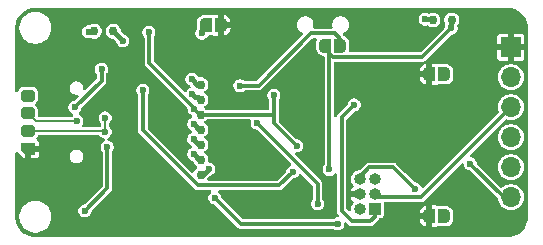
<source format=gbr>
%TF.GenerationSoftware,KiCad,Pcbnew,9.0.1*%
%TF.CreationDate,2025-04-09T10:04:16+05:30*%
%TF.ProjectId,ESPNut-D1,4553504e-7574-42d4-9431-2e6b69636164,0.1*%
%TF.SameCoordinates,Original*%
%TF.FileFunction,Copper,L2,Bot*%
%TF.FilePolarity,Positive*%
%FSLAX46Y46*%
G04 Gerber Fmt 4.6, Leading zero omitted, Abs format (unit mm)*
G04 Created by KiCad (PCBNEW 9.0.1) date 2025-04-09 10:04:16*
%MOMM*%
%LPD*%
G01*
G04 APERTURE LIST*
G04 Aperture macros list*
%AMRoundRect*
0 Rectangle with rounded corners*
0 $1 Rounding radius*
0 $2 $3 $4 $5 $6 $7 $8 $9 X,Y pos of 4 corners*
0 Add a 4 corners polygon primitive as box body*
4,1,4,$2,$3,$4,$5,$6,$7,$8,$9,$2,$3,0*
0 Add four circle primitives for the rounded corners*
1,1,$1+$1,$2,$3*
1,1,$1+$1,$4,$5*
1,1,$1+$1,$6,$7*
1,1,$1+$1,$8,$9*
0 Add four rect primitives between the rounded corners*
20,1,$1+$1,$2,$3,$4,$5,0*
20,1,$1+$1,$4,$5,$6,$7,0*
20,1,$1+$1,$6,$7,$8,$9,0*
20,1,$1+$1,$8,$9,$2,$3,0*%
%AMOutline5P*
0 Free polygon, 5 corners , with rotation*
0 The origin of the aperture is its center*
0 number of corners: always 5*
0 $1 to $10 corner X, Y*
0 $11 Rotation angle, in degrees counterclockwise*
0 create outline with 5 corners*
4,1,5,$1,$2,$3,$4,$5,$6,$7,$8,$9,$10,$1,$2,$11*%
%AMOutline6P*
0 Free polygon, 6 corners , with rotation*
0 The origin of the aperture is its center*
0 number of corners: always 6*
0 $1 to $12 corner X, Y*
0 $13 Rotation angle, in degrees counterclockwise*
0 create outline with 6 corners*
4,1,6,$1,$2,$3,$4,$5,$6,$7,$8,$9,$10,$11,$12,$1,$2,$13*%
%AMOutline7P*
0 Free polygon, 7 corners , with rotation*
0 The origin of the aperture is its center*
0 number of corners: always 7*
0 $1 to $14 corner X, Y*
0 $15 Rotation angle, in degrees counterclockwise*
0 create outline with 7 corners*
4,1,7,$1,$2,$3,$4,$5,$6,$7,$8,$9,$10,$11,$12,$13,$14,$1,$2,$15*%
%AMOutline8P*
0 Free polygon, 8 corners , with rotation*
0 The origin of the aperture is its center*
0 number of corners: always 8*
0 $1 to $16 corner X, Y*
0 $17 Rotation angle, in degrees counterclockwise*
0 create outline with 8 corners*
4,1,8,$1,$2,$3,$4,$5,$6,$7,$8,$9,$10,$11,$12,$13,$14,$15,$16,$1,$2,$17*%
%AMFreePoly0*
4,1,15,-0.500000,0.200000,-0.480423,0.323607,-0.423607,0.435114,-0.335114,0.523607,-0.223607,0.580423,-0.100000,0.600000,0.500000,0.600000,0.500000,-0.600000,-0.100000,-0.600000,-0.223607,-0.580423,-0.335114,-0.523607,-0.423607,-0.435114,-0.480423,-0.323607,-0.500000,-0.200000,-0.500000,0.200000,-0.500000,0.200000,$1*%
%AMFreePoly1*
4,1,15,-0.500000,0.600000,0.100000,0.600000,0.223607,0.580423,0.335114,0.523607,0.423607,0.435114,0.480423,0.323607,0.500000,0.200000,0.500000,-0.200000,0.480423,-0.323607,0.423607,-0.435114,0.335114,-0.523607,0.223607,-0.580423,0.100000,-0.600000,-0.500000,-0.600000,-0.500000,0.600000,-0.500000,0.600000,$1*%
G04 Aperture macros list end*
%TA.AperFunction,ComponentPad*%
%ADD10R,1.000000X1.000000*%
%TD*%
%TA.AperFunction,ComponentPad*%
%ADD11O,1.000000X1.000000*%
%TD*%
%TA.AperFunction,ComponentPad*%
%ADD12R,1.700000X1.700000*%
%TD*%
%TA.AperFunction,ComponentPad*%
%ADD13O,1.700000X1.700000*%
%TD*%
%TA.AperFunction,SMDPad,CuDef*%
%ADD14RoundRect,0.375000X0.000010X0.000010X-0.000010X0.000010X-0.000010X-0.000010X0.000010X-0.000010X0*%
%TD*%
%TA.AperFunction,SMDPad,CuDef*%
%ADD15RoundRect,0.375000X-0.000010X-0.000010X0.000010X-0.000010X0.000010X0.000010X-0.000010X0.000010X0*%
%TD*%
%TA.AperFunction,SMDPad,CuDef*%
%ADD16FreePoly0,0.000000*%
%TD*%
%TA.AperFunction,SMDPad,CuDef*%
%ADD17FreePoly1,0.000000*%
%TD*%
%TA.AperFunction,SMDPad,CuDef*%
%ADD18FreePoly0,180.000000*%
%TD*%
%TA.AperFunction,SMDPad,CuDef*%
%ADD19FreePoly1,180.000000*%
%TD*%
%TA.AperFunction,SMDPad,CuDef*%
%ADD20Outline5P,-0.600000X0.500000X0.600000X0.500000X0.600000X-0.500000X-0.200000X-0.500000X-0.600000X-0.100000X0.000000*%
%TD*%
%TA.AperFunction,SMDPad,CuDef*%
%ADD21RoundRect,0.250000X-0.350000X-0.250000X0.350000X-0.250000X0.350000X0.250000X-0.350000X0.250000X0*%
%TD*%
%TA.AperFunction,ViaPad*%
%ADD22C,0.600000*%
%TD*%
%TA.AperFunction,Conductor*%
%ADD23C,0.400000*%
%TD*%
%TA.AperFunction,Conductor*%
%ADD24C,0.300000*%
%TD*%
%TA.AperFunction,Conductor*%
%ADD25C,0.200000*%
%TD*%
G04 APERTURE END LIST*
D10*
X30725000Y2635000D03*
D11*
X29455000Y2635000D03*
X30725000Y3905000D03*
X29455000Y3905000D03*
X30725000Y5175000D03*
X29455000Y5175000D03*
D12*
X42255000Y16350000D03*
D13*
X42255000Y13810000D03*
X42255000Y11270000D03*
X42255000Y8730000D03*
X42255000Y6190000D03*
X42255000Y3650000D03*
D14*
X16000000Y13174000D03*
X16000000Y6824000D03*
D15*
X8599264Y17699264D03*
D14*
X16000000Y8094000D03*
X16000000Y9364000D03*
D15*
X37249264Y18653680D03*
D14*
X16000000Y10634000D03*
D16*
X35325000Y2055000D03*
D17*
X36625000Y2055000D03*
D16*
X35325000Y14045000D03*
D17*
X36625000Y14045000D03*
D15*
X35649264Y18655152D03*
D16*
X26525000Y16475000D03*
D17*
X27825000Y16475000D03*
D18*
X17725000Y18195000D03*
D19*
X16425000Y18195000D03*
D20*
X1375000Y7750000D03*
D21*
X1375000Y9250000D03*
X1375000Y10750000D03*
X1375000Y12250000D03*
D15*
X6999264Y17702208D03*
D14*
X16000000Y5554000D03*
X16000000Y11904000D03*
D22*
X3500000Y13250000D03*
X32750000Y7500000D03*
X32500000Y16750000D03*
X24250000Y5000000D03*
X4750000Y19000000D03*
X41500000Y1250000D03*
X39750000Y11500000D03*
X13000000Y12000000D03*
X2500000Y13250000D03*
X14000000Y11000000D03*
X14000000Y14250000D03*
X40000000Y18750000D03*
X33250000Y16750000D03*
X22000000Y6250000D03*
X12500000Y5000000D03*
X39250000Y18750000D03*
X40000000Y1250000D03*
X16500000Y15500000D03*
X26500000Y18250000D03*
X10750000Y18000000D03*
X31750000Y7500000D03*
X15500000Y2250000D03*
X39000000Y4250000D03*
X25750000Y11750000D03*
X4000000Y6250000D03*
X26500000Y19000000D03*
X22000000Y5500000D03*
X30750000Y13500000D03*
X25500000Y14000000D03*
X40750000Y1250000D03*
X31500000Y13500000D03*
X4000000Y4250000D03*
X23250000Y2500000D03*
X15500000Y3000000D03*
X11000000Y16000000D03*
X34000000Y16750000D03*
X37250000Y16000000D03*
X23250000Y3250000D03*
X25500000Y15000000D03*
X38000000Y4250000D03*
X30000000Y13500000D03*
X17750000Y750000D03*
X33750000Y7500000D03*
X39000000Y11500000D03*
X17500000Y12500000D03*
X25750000Y10750000D03*
X10000000Y16000000D03*
X38000000Y16000000D03*
X4250000Y2250000D03*
X4250000Y1250000D03*
X36500000Y16000000D03*
X5750000Y19000000D03*
X8250000Y11250000D03*
X1400000Y12200000D03*
X9397500Y16900000D03*
X36600000Y14100000D03*
X28980000Y11480000D03*
X38800000Y6500000D03*
X6500000Y17655000D03*
X5485006Y10097044D03*
X7900000Y9175000D03*
X7900000Y10375000D03*
X36600000Y2000000D03*
X34150000Y4350000D03*
X35000000Y18725000D03*
X26500000Y16500000D03*
X37200000Y17950000D03*
X26900000Y6000000D03*
X8100000Y7900000D03*
X6200000Y2500000D03*
X5350001Y11250001D03*
X7600000Y14500000D03*
X23800000Y5800000D03*
X11100000Y12704000D03*
X27600000Y1400000D03*
X17192318Y3594000D03*
X27800000Y16500000D03*
X19325000Y13100000D03*
X25900000Y3100000D03*
X20800000Y9900000D03*
X16100000Y17550000D03*
X15296144Y12374000D03*
X24130000Y8000000D03*
X11610000Y17600000D03*
X15450000Y11104000D03*
X22200000Y12300000D03*
X15250000Y13644000D03*
X16685447Y6024000D03*
X15400000Y7294000D03*
X15400000Y8564000D03*
X15400000Y9834000D03*
D23*
X9397500Y16901028D02*
X8599264Y17699264D01*
X1375000Y12250000D02*
X1375000Y12225000D01*
X9397500Y16900000D02*
X9397500Y16901028D01*
X1375000Y12225000D02*
X1400000Y12200000D01*
D24*
X27925000Y10425000D02*
X27925000Y2500000D01*
X30325000Y1600000D02*
X30725000Y2000000D01*
X42255000Y3650000D02*
X41650000Y3650000D01*
X30725000Y2000000D02*
X30725000Y2635000D01*
X28980000Y11480000D02*
X27925000Y10425000D01*
X41650000Y3650000D02*
X38800000Y6500000D01*
X28825000Y1600000D02*
X30325000Y1600000D01*
X27925000Y2500000D02*
X28825000Y1600000D01*
D23*
X6500000Y17655000D02*
X6952056Y17655000D01*
X6952056Y17655000D02*
X6999264Y17702208D01*
D25*
X1375000Y10750000D02*
X2027956Y10097044D01*
X2027956Y10097044D02*
X5485006Y10097044D01*
X7825000Y9250000D02*
X7900000Y9175000D01*
X1375000Y9250000D02*
X7825000Y9250000D01*
X7900000Y9175000D02*
X7900000Y10375000D01*
D24*
X29455000Y5355000D02*
X29455000Y5175000D01*
X34150000Y4350000D02*
X34000000Y4500000D01*
X32300000Y6175000D02*
X30275000Y6175000D01*
X30275000Y6175000D02*
X29455000Y5355000D01*
X34000000Y4500000D02*
X33975000Y4500000D01*
X33975000Y4500000D02*
X32300000Y6175000D01*
D23*
X35000000Y18725000D02*
X35579416Y18725000D01*
X35579416Y18725000D02*
X35649264Y18655152D01*
D24*
X26900000Y16100000D02*
X26500000Y16500000D01*
X34771792Y15524000D02*
X27179610Y15524000D01*
X37200000Y17950000D02*
X37197792Y17950000D01*
D23*
X37200000Y17950000D02*
X37200000Y18604416D01*
X37200000Y18604416D02*
X37249264Y18653680D01*
D24*
X26525000Y16178610D02*
X26525000Y16475000D01*
X26900000Y6000000D02*
X26900000Y16100000D01*
X27179610Y15524000D02*
X26525000Y16178610D01*
X37197792Y17950000D02*
X34771792Y15524000D01*
X8100000Y4400000D02*
X8100000Y7900000D01*
X6200000Y2500000D02*
X8100000Y4400000D01*
X7600000Y14500000D02*
X7600000Y13500000D01*
X7600000Y13500000D02*
X5350001Y11250001D01*
X15750000Y4650000D02*
X22650000Y4650000D01*
X11100000Y12704000D02*
X11100000Y9300000D01*
X22650000Y4650000D02*
X23800000Y5800000D01*
X11100000Y9300000D02*
X15750000Y4650000D01*
X17192318Y3594000D02*
X17206000Y3594000D01*
X19400000Y1400000D02*
X27600000Y1400000D01*
X30725000Y3905000D02*
X30980000Y3650000D01*
X30980000Y3650000D02*
X34635000Y3650000D01*
X17206000Y3594000D02*
X19400000Y1400000D01*
X34635000Y3650000D02*
X42255000Y11270000D01*
X27375000Y17525000D02*
X27825000Y17075000D01*
X20893496Y13100000D02*
X25318496Y17525000D01*
X27825000Y17075000D02*
X27825000Y16475000D01*
X25318496Y17525000D02*
X27375000Y17525000D01*
X19325000Y13100000D02*
X20893496Y13100000D01*
X25900000Y4800000D02*
X25900000Y3100000D01*
X20800000Y9900000D02*
X25900000Y4800000D01*
X16100000Y17550000D02*
X16100000Y17870000D01*
X16100000Y17870000D02*
X16425000Y18195000D01*
D23*
X15493524Y12176620D02*
X15727380Y12176620D01*
X15727380Y12176620D02*
X16000000Y11904000D01*
X15296144Y12374000D02*
X15493524Y12176620D01*
D24*
X22200000Y10950000D02*
X22200000Y12300000D01*
X22084000Y10634000D02*
X22200000Y10750000D01*
X22200000Y10750000D02*
X22200000Y10950000D01*
X11660000Y17550000D02*
X11660000Y14974000D01*
X11660000Y14974000D02*
X15450000Y11184000D01*
X24130000Y8000000D02*
X24120000Y8000000D01*
X15450000Y11184000D02*
X15450000Y11104000D01*
X11610000Y17600000D02*
X11660000Y17550000D01*
X22200000Y9920000D02*
X22200000Y10950000D01*
X24120000Y8000000D02*
X22200000Y9920000D01*
X15920000Y10634000D02*
X22084000Y10634000D01*
X15450000Y11104000D02*
X15920000Y10634000D01*
D23*
X15250000Y13644000D02*
X15720000Y13174000D01*
X15720000Y13174000D02*
X16000000Y13174000D01*
X16211447Y5550000D02*
X16004000Y5550000D01*
X16004000Y5550000D02*
X16000000Y5554000D01*
X16685447Y6024000D02*
X16211447Y5550000D01*
X15400000Y7294000D02*
X15870000Y6824000D01*
X15870000Y6824000D02*
X16000000Y6824000D01*
X15400000Y8564000D02*
X15400000Y8514000D01*
X15820000Y8094000D02*
X16000000Y8094000D01*
X15400000Y8514000D02*
X15820000Y8094000D01*
X15400000Y9834000D02*
X15870000Y9364000D01*
X15870000Y9364000D02*
X16000000Y9364000D01*
%TA.AperFunction,Conductor*%
G36*
X20224881Y10213815D02*
G01*
X20270636Y10161011D01*
X20280580Y10091853D01*
X20277618Y10077414D01*
X20249500Y9972475D01*
X20249500Y9827525D01*
X20277106Y9724500D01*
X20287017Y9687512D01*
X20359488Y9561989D01*
X20359490Y9561987D01*
X20359491Y9561985D01*
X20461985Y9459491D01*
X20461986Y9459490D01*
X20461988Y9459489D01*
X20587511Y9387018D01*
X20587512Y9387018D01*
X20587515Y9387016D01*
X20727525Y9349500D01*
X20732745Y9349500D01*
X20799784Y9329815D01*
X20820426Y9313181D01*
X23621122Y6512485D01*
X23654607Y6451162D01*
X23649623Y6381470D01*
X23607751Y6325537D01*
X23594134Y6317773D01*
X23594553Y6317048D01*
X23461988Y6240512D01*
X23461982Y6240507D01*
X23359493Y6138018D01*
X23359488Y6138012D01*
X23287017Y6012489D01*
X23287016Y6012485D01*
X23249500Y5872475D01*
X23249500Y5872473D01*
X23249500Y5867255D01*
X23229815Y5800216D01*
X23213181Y5779574D01*
X22520426Y5086819D01*
X22459103Y5053334D01*
X22432745Y5050500D01*
X16648411Y5050500D01*
X16581372Y5070185D01*
X16535617Y5122989D01*
X16525673Y5192147D01*
X16554698Y5255703D01*
X16560730Y5262181D01*
X16649138Y5350589D01*
X16753728Y5455180D01*
X16809311Y5487271D01*
X16897932Y5511016D01*
X17023462Y5583491D01*
X17125956Y5685985D01*
X17198431Y5811515D01*
X17235947Y5951525D01*
X17235947Y6096475D01*
X17198431Y6236485D01*
X17193294Y6245382D01*
X17125958Y6362012D01*
X17125953Y6362018D01*
X17023464Y6464507D01*
X17023458Y6464512D01*
X16897935Y6536983D01*
X16897936Y6536983D01*
X16883329Y6540897D01*
X16757922Y6574500D01*
X16743852Y6574500D01*
X16676813Y6594185D01*
X16631058Y6646989D01*
X16621114Y6716147D01*
X16621871Y6720783D01*
X16622708Y6725370D01*
X16622707Y6725370D01*
X16622709Y6725373D01*
X16625500Y6760837D01*
X16625499Y6887162D01*
X16622709Y6922627D01*
X16578618Y7074390D01*
X16498494Y7209872D01*
X16498172Y7210417D01*
X16498165Y7210426D01*
X16386425Y7322166D01*
X16386417Y7322172D01*
X16335527Y7352268D01*
X16287844Y7403337D01*
X16275340Y7472078D01*
X16301985Y7536668D01*
X16335527Y7565732D01*
X16343611Y7570513D01*
X16386420Y7595830D01*
X16498170Y7707580D01*
X16578618Y7843610D01*
X16622709Y7995373D01*
X16625500Y8030837D01*
X16625499Y8157162D01*
X16622709Y8192627D01*
X16578618Y8344390D01*
X16512986Y8455367D01*
X16498172Y8480417D01*
X16498165Y8480426D01*
X16386425Y8592166D01*
X16386417Y8592172D01*
X16335527Y8622268D01*
X16287844Y8673337D01*
X16275340Y8742078D01*
X16301985Y8806668D01*
X16335527Y8835732D01*
X16337646Y8836985D01*
X16386420Y8865830D01*
X16498170Y8977580D01*
X16578618Y9113610D01*
X16622709Y9265373D01*
X16625500Y9300837D01*
X16625499Y9427162D01*
X16622709Y9462627D01*
X16578618Y9614390D01*
X16498494Y9749872D01*
X16498172Y9750417D01*
X16498165Y9750426D01*
X16386425Y9862166D01*
X16386417Y9862172D01*
X16335527Y9892268D01*
X16287844Y9943337D01*
X16275340Y10012078D01*
X16301985Y10076668D01*
X16320732Y10095463D01*
X16327754Y10101136D01*
X16386420Y10135830D01*
X16452423Y10201834D01*
X16457536Y10205963D01*
X16483966Y10216947D01*
X16509093Y10230666D01*
X16519738Y10231811D01*
X16522057Y10232774D01*
X16524547Y10232328D01*
X16535452Y10233500D01*
X20157842Y10233500D01*
X20224881Y10213815D01*
G37*
%TD.AperFunction*%
%TA.AperFunction,Conductor*%
G36*
X42004418Y19699184D02*
G01*
X42233020Y19682835D01*
X42250529Y19680317D01*
X42470144Y19632542D01*
X42487103Y19627563D01*
X42697694Y19549017D01*
X42713777Y19541673D01*
X42911036Y19433960D01*
X42925919Y19424395D01*
X43105836Y19289711D01*
X43119207Y19278125D01*
X43278124Y19119208D01*
X43289710Y19105837D01*
X43424394Y18925920D01*
X43433959Y18911037D01*
X43541669Y18713783D01*
X43549019Y18697689D01*
X43623659Y18497568D01*
X43627559Y18487113D01*
X43632543Y18470138D01*
X43680316Y18250530D01*
X43682834Y18233018D01*
X43699184Y18004419D01*
X43699500Y17995573D01*
X43699500Y2004428D01*
X43699184Y1995582D01*
X43682834Y1766983D01*
X43680316Y1749471D01*
X43632543Y1529863D01*
X43627559Y1512888D01*
X43549019Y1302312D01*
X43541669Y1286218D01*
X43433959Y1088964D01*
X43424394Y1074081D01*
X43289710Y894164D01*
X43278124Y880793D01*
X43119207Y721876D01*
X43105836Y710290D01*
X42925919Y575606D01*
X42911036Y566041D01*
X42713782Y458331D01*
X42697688Y450981D01*
X42487112Y372441D01*
X42470137Y367457D01*
X42250529Y319684D01*
X42233017Y317166D01*
X42004418Y300816D01*
X41995572Y300500D01*
X2004428Y300500D01*
X1995582Y300816D01*
X1766982Y317166D01*
X1749470Y319684D01*
X1529862Y367457D01*
X1512887Y372441D01*
X1302311Y450981D01*
X1286217Y458331D01*
X1088963Y566041D01*
X1074080Y575606D01*
X894163Y710290D01*
X880792Y721876D01*
X721875Y880793D01*
X710289Y894164D01*
X575605Y1074081D01*
X566040Y1088964D01*
X512228Y1187512D01*
X458327Y1286223D01*
X450983Y1302306D01*
X372437Y1512897D01*
X367458Y1529856D01*
X319683Y1749471D01*
X317165Y1766983D01*
X315568Y1789306D01*
X300816Y1995582D01*
X300500Y2004428D01*
X300500Y2106287D01*
X649500Y2106287D01*
X649500Y1893714D01*
X675762Y1727898D01*
X682754Y1683757D01*
X732757Y1529863D01*
X748444Y1481586D01*
X844951Y1292180D01*
X969890Y1120214D01*
X1120213Y969891D01*
X1292179Y844952D01*
X1292181Y844951D01*
X1292184Y844949D01*
X1481588Y748443D01*
X1683757Y682754D01*
X1893713Y649500D01*
X1893714Y649500D01*
X2106286Y649500D01*
X2106287Y649500D01*
X2316243Y682754D01*
X2518412Y748443D01*
X2707816Y844949D01*
X2729789Y860914D01*
X2879786Y969891D01*
X2879788Y969894D01*
X2879792Y969896D01*
X3030104Y1120208D01*
X3030106Y1120212D01*
X3030109Y1120214D01*
X3155048Y1292180D01*
X3155047Y1292180D01*
X3155051Y1292184D01*
X3251557Y1481588D01*
X3317246Y1683757D01*
X3350500Y1893713D01*
X3350500Y2106287D01*
X3317246Y2316243D01*
X3251557Y2518412D01*
X3155051Y2707816D01*
X3155049Y2707819D01*
X3155048Y2707821D01*
X3030109Y2879787D01*
X2879786Y3030110D01*
X2707820Y3155049D01*
X2518414Y3251556D01*
X2518413Y3251557D01*
X2518412Y3251557D01*
X2316243Y3317246D01*
X2316241Y3317247D01*
X2316240Y3317247D01*
X2154957Y3342792D01*
X2106287Y3350500D01*
X1893713Y3350500D01*
X1845042Y3342792D01*
X1683760Y3317247D01*
X1481585Y3251556D01*
X1292179Y3155049D01*
X1120213Y3030110D01*
X969890Y2879787D01*
X844951Y2707821D01*
X748444Y2518415D01*
X682753Y2316240D01*
X649500Y2106287D01*
X300500Y2106287D01*
X300500Y6950001D01*
X1625000Y6950001D01*
X2019786Y6950001D01*
X2019808Y6950003D01*
X2044869Y6952909D01*
X2044873Y6952910D01*
X2147474Y6998212D01*
X2147479Y6998215D01*
X2226785Y7077521D01*
X2226788Y7077526D01*
X2272089Y7180123D01*
X2272091Y7180131D01*
X2272745Y7185766D01*
X4904500Y7185766D01*
X4904500Y7034235D01*
X4943719Y6887864D01*
X4944131Y6887151D01*
X5019485Y6756635D01*
X5126635Y6649485D01*
X5257865Y6573719D01*
X5404234Y6534500D01*
X5404236Y6534500D01*
X5555764Y6534500D01*
X5555766Y6534500D01*
X5702135Y6573719D01*
X5833365Y6649485D01*
X5940515Y6756635D01*
X6016281Y6887865D01*
X6055500Y7034234D01*
X6055500Y7185766D01*
X6016281Y7332135D01*
X5940515Y7463365D01*
X5833365Y7570515D01*
X5737263Y7626000D01*
X5702136Y7646281D01*
X5628950Y7665891D01*
X5555766Y7685500D01*
X5404234Y7685500D01*
X5257863Y7646281D01*
X5126635Y7570515D01*
X5126632Y7570513D01*
X5019487Y7463368D01*
X5019485Y7463365D01*
X4943719Y7332137D01*
X4904500Y7185766D01*
X2272745Y7185766D01*
X2274998Y7205184D01*
X2275000Y7205209D01*
X2275000Y7500000D01*
X1625000Y7500000D01*
X1625000Y6950001D01*
X300500Y6950001D01*
X300500Y7403413D01*
X320185Y7470452D01*
X372989Y7516207D01*
X442147Y7526151D01*
X505703Y7497126D01*
X520809Y7481519D01*
X527640Y7473096D01*
X998083Y7002654D01*
X998090Y7002648D01*
X1008384Y6994296D01*
X1112004Y6951376D01*
X1112007Y6951375D01*
X1124999Y6950020D01*
X1125000Y6950020D01*
X1125000Y7626000D01*
X1144685Y7693039D01*
X1197489Y7738794D01*
X1249000Y7750000D01*
X1375000Y7750000D01*
X1375000Y7876000D01*
X1394685Y7943039D01*
X1447489Y7988794D01*
X1499000Y8000000D01*
X2274999Y8000000D01*
X2274999Y8294786D01*
X2274997Y8294809D01*
X2272091Y8319870D01*
X2272090Y8319874D01*
X2226788Y8422475D01*
X2226785Y8422480D01*
X2147477Y8501788D01*
X2141635Y8505790D01*
X2139076Y8508925D01*
X2135315Y8510419D01*
X2117166Y8535766D01*
X2097453Y8559917D01*
X2096995Y8563939D01*
X2094640Y8567228D01*
X2093076Y8598355D01*
X2089548Y8629338D01*
X2091278Y8634130D01*
X2091134Y8637009D01*
X2096267Y8647942D01*
X2104166Y8669809D01*
X2107917Y8676346D01*
X2168796Y8757669D01*
X2195169Y8828382D01*
X2200243Y8837221D01*
X2218404Y8854629D01*
X2233480Y8874767D01*
X2243197Y8878392D01*
X2250685Y8885568D01*
X2275374Y8890394D01*
X2298944Y8899184D01*
X2307791Y8899500D01*
X7351807Y8899500D01*
X7418846Y8879815D01*
X7453964Y8842986D01*
X7454545Y8843431D01*
X7458687Y8838032D01*
X7459191Y8837504D01*
X7459491Y8836985D01*
X7561985Y8734491D01*
X7561986Y8734490D01*
X7561988Y8734489D01*
X7687511Y8662018D01*
X7687512Y8662018D01*
X7687515Y8662016D01*
X7827525Y8624500D01*
X7827529Y8624500D01*
X7829563Y8623955D01*
X7889223Y8587590D01*
X7919752Y8524743D01*
X7911457Y8455367D01*
X7866972Y8401490D01*
X7859470Y8396794D01*
X7761991Y8340513D01*
X7761982Y8340507D01*
X7659493Y8238018D01*
X7659488Y8238012D01*
X7587017Y8112489D01*
X7587016Y8112485D01*
X7549500Y7972475D01*
X7549500Y7827525D01*
X7581640Y7707580D01*
X7587017Y7687512D01*
X7659488Y7561989D01*
X7659493Y7561983D01*
X7663181Y7558295D01*
X7696666Y7496972D01*
X7699500Y7470614D01*
X7699500Y4617255D01*
X7679815Y4550216D01*
X7663181Y4529574D01*
X6220426Y3086819D01*
X6159103Y3053334D01*
X6132745Y3050500D01*
X6127525Y3050500D01*
X5998993Y3016060D01*
X5987511Y3012983D01*
X5861988Y2940512D01*
X5861982Y2940507D01*
X5759493Y2838018D01*
X5759488Y2838012D01*
X5687017Y2712489D01*
X5687016Y2712485D01*
X5649500Y2572475D01*
X5649500Y2427525D01*
X5679319Y2316240D01*
X5687017Y2287512D01*
X5759488Y2161989D01*
X5759490Y2161987D01*
X5759491Y2161985D01*
X5861985Y2059491D01*
X5861986Y2059490D01*
X5861988Y2059489D01*
X5987511Y1987018D01*
X5987512Y1987018D01*
X5987515Y1987016D01*
X6127525Y1949500D01*
X6127528Y1949500D01*
X6272472Y1949500D01*
X6272475Y1949500D01*
X6412485Y1987016D01*
X6538015Y2059491D01*
X6640509Y2161985D01*
X6712984Y2287515D01*
X6750500Y2427525D01*
X6750500Y2432747D01*
X6770185Y2499786D01*
X6786814Y2520423D01*
X8345910Y4079519D01*
X8345913Y4079520D01*
X8420480Y4154087D01*
X8466012Y4232951D01*
X8473207Y4245412D01*
X8500500Y4347273D01*
X8500500Y4452727D01*
X8500500Y7470614D01*
X8520185Y7537653D01*
X8536819Y7558295D01*
X8538018Y7559494D01*
X8540509Y7561985D01*
X8612984Y7687515D01*
X8650500Y7827525D01*
X8650500Y7972475D01*
X8612984Y8112485D01*
X8587194Y8157154D01*
X8540511Y8238012D01*
X8540506Y8238018D01*
X8438017Y8340507D01*
X8438011Y8340512D01*
X8312488Y8412983D01*
X8312489Y8412983D01*
X8288573Y8419392D01*
X8172475Y8450500D01*
X8172474Y8450500D01*
X8170436Y8451046D01*
X8110776Y8487412D01*
X8080247Y8550259D01*
X8088542Y8619634D01*
X8133027Y8673512D01*
X8140530Y8678208D01*
X8147791Y8682400D01*
X8238015Y8734491D01*
X8340509Y8836985D01*
X8412984Y8962515D01*
X8450500Y9102525D01*
X8450500Y9247475D01*
X8412984Y9387485D01*
X8409516Y9393491D01*
X8340511Y9513012D01*
X8340506Y9513018D01*
X8286819Y9566705D01*
X8272115Y9593633D01*
X8255523Y9619451D01*
X8254631Y9625652D01*
X8253334Y9628028D01*
X8250500Y9654386D01*
X8250500Y9895614D01*
X8270185Y9962653D01*
X8286819Y9983295D01*
X8313124Y10009600D01*
X8340509Y10036985D01*
X8412984Y10162515D01*
X8450500Y10302525D01*
X8450500Y10447475D01*
X8412984Y10587485D01*
X8410945Y10591016D01*
X8340511Y10713012D01*
X8340506Y10713018D01*
X8238017Y10815507D01*
X8238011Y10815512D01*
X8112488Y10887983D01*
X8112489Y10887983D01*
X8081076Y10896400D01*
X7972475Y10925500D01*
X7827525Y10925500D01*
X7718924Y10896400D01*
X7687511Y10887983D01*
X7561988Y10815512D01*
X7561982Y10815507D01*
X7459493Y10713018D01*
X7459488Y10713012D01*
X7387017Y10587489D01*
X7387016Y10587485D01*
X7349500Y10447475D01*
X7349500Y10302525D01*
X7387016Y10162515D01*
X7387017Y10162512D01*
X7459488Y10036989D01*
X7459493Y10036983D01*
X7513181Y9983295D01*
X7527884Y9956368D01*
X7544477Y9930549D01*
X7545368Y9924349D01*
X7546666Y9921972D01*
X7549500Y9895614D01*
X7549500Y9724500D01*
X7529815Y9657461D01*
X7477011Y9611706D01*
X7425500Y9600500D01*
X6048763Y9600500D01*
X5981724Y9620185D01*
X5935969Y9672989D01*
X5926025Y9742147D01*
X5941376Y9786500D01*
X5997988Y9884556D01*
X5997987Y9884556D01*
X5997990Y9884559D01*
X6035506Y10024569D01*
X6035506Y10169519D01*
X5997990Y10309529D01*
X5990223Y10322981D01*
X5925517Y10435056D01*
X5925512Y10435062D01*
X5823023Y10537551D01*
X5823021Y10537553D01*
X5731451Y10590421D01*
X5704463Y10606003D01*
X5656248Y10656571D01*
X5643026Y10725178D01*
X5668994Y10790042D01*
X5682564Y10803450D01*
X5682269Y10803745D01*
X5726079Y10847555D01*
X5790510Y10911986D01*
X5862985Y11037516D01*
X5900501Y11177526D01*
X5900501Y11182746D01*
X5920186Y11249785D01*
X5936820Y11270427D01*
X7442868Y12776475D01*
X10549500Y12776475D01*
X10549500Y12631525D01*
X10574799Y12537109D01*
X10587017Y12491512D01*
X10659488Y12365989D01*
X10659493Y12365983D01*
X10663181Y12362295D01*
X10696666Y12300972D01*
X10699500Y12274614D01*
X10699500Y9247274D01*
X10726793Y9145411D01*
X10744640Y9114500D01*
X10779520Y9054087D01*
X15504087Y4329520D01*
X15595412Y4276793D01*
X15697273Y4249500D01*
X15697275Y4249500D01*
X16769932Y4249500D01*
X16836971Y4229815D01*
X16882726Y4177011D01*
X16892670Y4107853D01*
X16863645Y4044297D01*
X16857613Y4037819D01*
X16751811Y3932018D01*
X16751806Y3932012D01*
X16679335Y3806489D01*
X16679334Y3806485D01*
X16641818Y3666475D01*
X16641818Y3521525D01*
X16679334Y3381515D01*
X16679335Y3381512D01*
X16751806Y3255989D01*
X16751808Y3255987D01*
X16751809Y3255985D01*
X16854303Y3153491D01*
X16854304Y3153490D01*
X16854306Y3153489D01*
X16979829Y3081018D01*
X16979830Y3081018D01*
X16979833Y3081016D01*
X17119843Y3043500D01*
X17138745Y3043500D01*
X17205784Y3023815D01*
X17226426Y3007181D01*
X19075179Y1158429D01*
X19075189Y1158418D01*
X19079519Y1154088D01*
X19079520Y1154087D01*
X19154087Y1079520D01*
X19245413Y1026793D01*
X19347273Y999499D01*
X19347275Y999499D01*
X19460323Y999499D01*
X19460339Y999500D01*
X27170614Y999500D01*
X27237653Y979815D01*
X27258295Y963181D01*
X27261985Y959491D01*
X27261986Y959490D01*
X27261988Y959489D01*
X27387511Y887018D01*
X27387512Y887018D01*
X27387515Y887016D01*
X27527525Y849500D01*
X27527528Y849500D01*
X27672472Y849500D01*
X27672475Y849500D01*
X27812485Y887016D01*
X27938015Y959491D01*
X28040509Y1061985D01*
X28094212Y1155001D01*
X35575000Y1155001D01*
X35869786Y1155001D01*
X35869808Y1155003D01*
X35894869Y1157909D01*
X35995584Y1202378D01*
X36064863Y1211449D01*
X36069834Y1210566D01*
X36100326Y1204500D01*
X36790686Y1204500D01*
X36790694Y1204500D01*
X36827569Y1207402D01*
X36827571Y1207403D01*
X36827573Y1207403D01*
X36869191Y1219495D01*
X36985398Y1253256D01*
X37126865Y1336919D01*
X37243081Y1453135D01*
X37326744Y1594602D01*
X37365469Y1727893D01*
X37372597Y1752427D01*
X37372598Y1752433D01*
X37372728Y1754087D01*
X37375500Y1789306D01*
X37375500Y2320694D01*
X37372598Y2357569D01*
X37326744Y2515398D01*
X37243081Y2656865D01*
X37243079Y2656867D01*
X37243076Y2656871D01*
X37126870Y2773077D01*
X37126862Y2773083D01*
X36990185Y2853913D01*
X36985398Y2856744D01*
X36985397Y2856745D01*
X36985396Y2856745D01*
X36985393Y2856746D01*
X36827573Y2902598D01*
X36827567Y2902599D01*
X36790701Y2905500D01*
X36790694Y2905500D01*
X36100326Y2905500D01*
X36100323Y2905500D01*
X36069862Y2899441D01*
X36000271Y2905668D01*
X35995586Y2907623D01*
X35894876Y2952090D01*
X35869794Y2955000D01*
X35575000Y2955000D01*
X35575000Y1155001D01*
X28094212Y1155001D01*
X28112984Y1187515D01*
X28150500Y1327525D01*
X28150500Y1408745D01*
X28170185Y1475784D01*
X28222989Y1521539D01*
X28292147Y1531483D01*
X28355703Y1502458D01*
X28362181Y1496426D01*
X28579087Y1279520D01*
X28670412Y1226793D01*
X28772273Y1199500D01*
X28772275Y1199500D01*
X30377725Y1199500D01*
X30377727Y1199500D01*
X30479588Y1226793D01*
X30570913Y1279520D01*
X31045480Y1754087D01*
X31056519Y1773207D01*
X31071075Y1798418D01*
X34525001Y1798418D01*
X34531408Y1727898D01*
X34531409Y1727893D01*
X34581981Y1565604D01*
X34669927Y1420123D01*
X34790122Y1299928D01*
X34935604Y1211981D01*
X34935603Y1211981D01*
X35074999Y1168544D01*
X35075000Y1168545D01*
X35075000Y1805000D01*
X34525001Y1805000D01*
X34525001Y1798418D01*
X31071075Y1798418D01*
X31084978Y1822499D01*
X31135544Y1870715D01*
X31192365Y1884500D01*
X31249676Y1884500D01*
X31249677Y1884501D01*
X31322740Y1899034D01*
X31405601Y1954399D01*
X31460966Y2037260D01*
X31475500Y2110326D01*
X31475500Y2311573D01*
X34525000Y2311573D01*
X34525000Y2305000D01*
X35075000Y2305000D01*
X35075000Y2941458D01*
X35074999Y2941458D01*
X34935604Y2898020D01*
X34935603Y2898019D01*
X34790122Y2810073D01*
X34669927Y2689878D01*
X34581980Y2544396D01*
X34531409Y2382107D01*
X34525000Y2311573D01*
X31475500Y2311573D01*
X31475500Y3125500D01*
X31495185Y3192539D01*
X31547989Y3238294D01*
X31599500Y3249500D01*
X34687725Y3249500D01*
X34687727Y3249500D01*
X34789588Y3276793D01*
X34880913Y3329520D01*
X38040453Y6489062D01*
X38101774Y6522545D01*
X38171466Y6517561D01*
X38227399Y6475689D01*
X38247907Y6433473D01*
X38249500Y6427528D01*
X38249500Y6427525D01*
X38279103Y6317048D01*
X38287017Y6287512D01*
X38359488Y6161989D01*
X38359490Y6161987D01*
X38359491Y6161985D01*
X38461985Y6059491D01*
X38461986Y6059490D01*
X38461988Y6059489D01*
X38587511Y5987018D01*
X38587512Y5987018D01*
X38587515Y5987016D01*
X38727525Y5949500D01*
X38732745Y5949500D01*
X38799784Y5929815D01*
X38820426Y5913181D01*
X41123052Y3610556D01*
X41156537Y3549233D01*
X41157844Y3542273D01*
X41181165Y3395031D01*
X41181598Y3392299D01*
X41235127Y3227555D01*
X41313768Y3073212D01*
X41415586Y2933072D01*
X41538072Y2810586D01*
X41678212Y2708768D01*
X41832555Y2630127D01*
X41997299Y2576598D01*
X42168389Y2549500D01*
X42168390Y2549500D01*
X42341610Y2549500D01*
X42341611Y2549500D01*
X42512701Y2576598D01*
X42677445Y2630127D01*
X42831788Y2708768D01*
X42971928Y2810586D01*
X43094414Y2933072D01*
X43196232Y3073212D01*
X43274873Y3227555D01*
X43328402Y3392299D01*
X43355500Y3563389D01*
X43355500Y3736611D01*
X43328402Y3907701D01*
X43274873Y4072445D01*
X43196232Y4226788D01*
X43094414Y4366928D01*
X42971928Y4489414D01*
X42831788Y4591232D01*
X42677445Y4669873D01*
X42512701Y4723402D01*
X42512699Y4723403D01*
X42512698Y4723403D01*
X42381271Y4744219D01*
X42341611Y4750500D01*
X42168389Y4750500D01*
X42128728Y4744219D01*
X41997302Y4723403D01*
X41832552Y4669872D01*
X41678211Y4591232D01*
X41607697Y4540000D01*
X41538072Y4489414D01*
X41538069Y4489412D01*
X41534131Y4486550D01*
X41533472Y4487457D01*
X41474554Y4461075D01*
X41405471Y4471530D01*
X41370134Y4496259D01*
X39589782Y6276611D01*
X41154500Y6276611D01*
X41154500Y6103389D01*
X41157845Y6082268D01*
X41180311Y5940420D01*
X41181598Y5932299D01*
X41235127Y5767555D01*
X41313768Y5613212D01*
X41415586Y5473072D01*
X41538072Y5350586D01*
X41678212Y5248768D01*
X41832555Y5170127D01*
X41997299Y5116598D01*
X42168389Y5089500D01*
X42168390Y5089500D01*
X42341610Y5089500D01*
X42341611Y5089500D01*
X42512701Y5116598D01*
X42677445Y5170127D01*
X42831788Y5248768D01*
X42971928Y5350586D01*
X43094414Y5473072D01*
X43196232Y5613212D01*
X43274873Y5767555D01*
X43328402Y5932299D01*
X43355500Y6103389D01*
X43355500Y6276611D01*
X43328402Y6447701D01*
X43274873Y6612445D01*
X43196232Y6766788D01*
X43094414Y6906928D01*
X42971928Y7029414D01*
X42831788Y7131232D01*
X42677445Y7209873D01*
X42512701Y7263402D01*
X42512699Y7263403D01*
X42512698Y7263403D01*
X42381271Y7284219D01*
X42341611Y7290500D01*
X42168389Y7290500D01*
X42128728Y7284219D01*
X41997302Y7263403D01*
X41997299Y7263402D01*
X41834239Y7210420D01*
X41832552Y7209872D01*
X41678211Y7131232D01*
X41604292Y7077526D01*
X41538072Y7029414D01*
X41538070Y7029412D01*
X41538069Y7029412D01*
X41415588Y6906931D01*
X41415588Y6906930D01*
X41415586Y6906928D01*
X41401236Y6887177D01*
X41313768Y6766789D01*
X41235128Y6612448D01*
X41181597Y6447698D01*
X41160261Y6312984D01*
X41154500Y6276611D01*
X39589782Y6276611D01*
X39386819Y6479574D01*
X39353334Y6540897D01*
X39350500Y6567255D01*
X39350500Y6572473D01*
X39350500Y6572475D01*
X39312984Y6712485D01*
X39292091Y6748672D01*
X39240511Y6838012D01*
X39240506Y6838018D01*
X39138017Y6940507D01*
X39138011Y6940512D01*
X39012488Y7012983D01*
X39012489Y7012983D01*
X39000187Y7016280D01*
X38872475Y7050500D01*
X38872472Y7050500D01*
X38866527Y7052093D01*
X38806867Y7088458D01*
X38776338Y7151305D01*
X38784633Y7220681D01*
X38810937Y7259546D01*
X40368002Y8816611D01*
X41154500Y8816611D01*
X41154500Y8643389D01*
X41158690Y8616936D01*
X41180311Y8480420D01*
X41181598Y8472299D01*
X41235127Y8307555D01*
X41313768Y8153212D01*
X41415586Y8013072D01*
X41538072Y7890586D01*
X41678212Y7788768D01*
X41832555Y7710127D01*
X41997299Y7656598D01*
X42168389Y7629500D01*
X42168390Y7629500D01*
X42341610Y7629500D01*
X42341611Y7629500D01*
X42512701Y7656598D01*
X42677445Y7710127D01*
X42831788Y7788768D01*
X42971928Y7890586D01*
X43094414Y8013072D01*
X43196232Y8153212D01*
X43274873Y8307555D01*
X43328402Y8472299D01*
X43355500Y8643389D01*
X43355500Y8816611D01*
X43328402Y8987701D01*
X43274873Y9152445D01*
X43196232Y9306788D01*
X43094414Y9446928D01*
X42971928Y9569414D01*
X42831788Y9671232D01*
X42677445Y9749873D01*
X42512701Y9803402D01*
X42512699Y9803403D01*
X42512698Y9803403D01*
X42360375Y9827528D01*
X42341611Y9830500D01*
X42168389Y9830500D01*
X42149625Y9827528D01*
X41997302Y9803403D01*
X41997299Y9803402D01*
X41834239Y9750420D01*
X41832552Y9749872D01*
X41678211Y9671232D01*
X41607952Y9620185D01*
X41538072Y9569414D01*
X41538070Y9569412D01*
X41538069Y9569412D01*
X41415588Y9446931D01*
X41415588Y9446930D01*
X41415586Y9446928D01*
X41402978Y9429574D01*
X41313768Y9306789D01*
X41235128Y9152448D01*
X41235127Y9152446D01*
X41235127Y9152445D01*
X41222798Y9114500D01*
X41181597Y8987698D01*
X41157727Y8836985D01*
X41154500Y8816611D01*
X40368002Y8816611D01*
X41755401Y10204010D01*
X41816722Y10237493D01*
X41881393Y10234259D01*
X41997299Y10196598D01*
X42168389Y10169500D01*
X42168390Y10169500D01*
X42341610Y10169500D01*
X42341611Y10169500D01*
X42512701Y10196598D01*
X42677445Y10250127D01*
X42831788Y10328768D01*
X42971928Y10430586D01*
X43094414Y10553072D01*
X43196232Y10693212D01*
X43274873Y10847555D01*
X43328402Y11012299D01*
X43355500Y11183389D01*
X43355500Y11356611D01*
X43328402Y11527701D01*
X43274873Y11692445D01*
X43196232Y11846788D01*
X43094414Y11986928D01*
X42971928Y12109414D01*
X42831788Y12211232D01*
X42677445Y12289873D01*
X42512701Y12343402D01*
X42512699Y12343403D01*
X42512698Y12343403D01*
X42370130Y12365983D01*
X42341611Y12370500D01*
X42168389Y12370500D01*
X42139870Y12365983D01*
X41997302Y12343403D01*
X41997299Y12343402D01*
X41834239Y12290420D01*
X41832552Y12289872D01*
X41678211Y12211232D01*
X41625388Y12172853D01*
X41538072Y12109414D01*
X41538070Y12109412D01*
X41538069Y12109412D01*
X41415588Y11986931D01*
X41415588Y11986930D01*
X41415586Y11986928D01*
X41394783Y11958295D01*
X41313768Y11846789D01*
X41235128Y11692448D01*
X41181597Y11527698D01*
X41162295Y11405829D01*
X41154500Y11356611D01*
X41154500Y11183389D01*
X41158442Y11158500D01*
X41181597Y11012302D01*
X41219256Y10896400D01*
X41221251Y10826559D01*
X41189006Y10770401D01*
X34882076Y4463470D01*
X34820753Y4429985D01*
X34751061Y4434969D01*
X34695128Y4476841D01*
X34674621Y4519055D01*
X34662984Y4562485D01*
X34661016Y4565893D01*
X34590511Y4688012D01*
X34590506Y4688018D01*
X34488017Y4790507D01*
X34488011Y4790512D01*
X34362488Y4862983D01*
X34362489Y4862983D01*
X34351006Y4866060D01*
X34222475Y4900500D01*
X34222472Y4900500D01*
X34192254Y4900500D01*
X34125215Y4920185D01*
X34104573Y4936819D01*
X33325726Y5715666D01*
X32545913Y6495480D01*
X32500250Y6521844D01*
X32454589Y6548207D01*
X32383498Y6567255D01*
X32352727Y6575500D01*
X30327727Y6575500D01*
X30222273Y6575500D01*
X30120410Y6548207D01*
X30029087Y6495480D01*
X30029084Y6495478D01*
X29495426Y5961819D01*
X29434103Y5928334D01*
X29407745Y5925500D01*
X29381080Y5925500D01*
X29236092Y5896660D01*
X29236082Y5896657D01*
X29099511Y5840088D01*
X29099498Y5840081D01*
X28976584Y5757952D01*
X28976580Y5757949D01*
X28872051Y5653420D01*
X28872048Y5653416D01*
X28789919Y5530502D01*
X28789912Y5530489D01*
X28733343Y5393918D01*
X28733340Y5393908D01*
X28704500Y5248921D01*
X28704500Y5248918D01*
X28704500Y5101082D01*
X28704500Y5101080D01*
X28704499Y5101080D01*
X28733340Y4956093D01*
X28733343Y4956083D01*
X28789912Y4819512D01*
X28789919Y4819499D01*
X28872048Y4696585D01*
X28872051Y4696581D01*
X28905949Y4662683D01*
X28939434Y4601360D01*
X28934450Y4531668D01*
X28905949Y4487321D01*
X28833601Y4414974D01*
X28833598Y4414970D01*
X28746052Y4283949D01*
X28746047Y4283939D01*
X28692639Y4155001D01*
X28692639Y4155000D01*
X29245382Y4155000D01*
X29194936Y4104554D01*
X29152149Y4030445D01*
X29130000Y3947787D01*
X29130000Y3862213D01*
X29152149Y3779555D01*
X29194936Y3705446D01*
X29245382Y3655000D01*
X28692639Y3655000D01*
X28746047Y3526062D01*
X28746052Y3526052D01*
X28833598Y3395031D01*
X28833601Y3395027D01*
X28905949Y3322679D01*
X28939434Y3261356D01*
X28934450Y3191664D01*
X28905949Y3147317D01*
X28872051Y3113420D01*
X28872048Y3113416D01*
X28789919Y2990502D01*
X28789912Y2990489D01*
X28733343Y2853918D01*
X28733340Y2853908D01*
X28704500Y2708921D01*
X28704500Y2586255D01*
X28684815Y2519216D01*
X28632011Y2473461D01*
X28562853Y2463517D01*
X28499297Y2492542D01*
X28492819Y2498574D01*
X28361819Y2629574D01*
X28328334Y2690897D01*
X28325500Y2717255D01*
X28325500Y10207745D01*
X28345185Y10274784D01*
X28361819Y10295426D01*
X28959574Y10893181D01*
X29020897Y10926666D01*
X29047255Y10929500D01*
X29052472Y10929500D01*
X29052475Y10929500D01*
X29192485Y10967016D01*
X29318015Y11039491D01*
X29420509Y11141985D01*
X29492984Y11267515D01*
X29530500Y11407525D01*
X29530500Y11552475D01*
X29492984Y11692485D01*
X29452281Y11762984D01*
X29420511Y11818012D01*
X29420506Y11818018D01*
X29318017Y11920507D01*
X29318011Y11920512D01*
X29192488Y11992983D01*
X29192489Y11992983D01*
X29156497Y12002627D01*
X29052475Y12030500D01*
X28907525Y12030500D01*
X28803503Y12002627D01*
X28767511Y11992983D01*
X28641988Y11920512D01*
X28641982Y11920507D01*
X28539493Y11818018D01*
X28539488Y11818012D01*
X28467017Y11692489D01*
X28467016Y11692485D01*
X28429500Y11552475D01*
X28429500Y11552473D01*
X28429500Y11547255D01*
X28409815Y11480216D01*
X28393181Y11459574D01*
X27604522Y10670916D01*
X27604518Y10670910D01*
X27551791Y10579586D01*
X27551790Y10579583D01*
X27549447Y10570840D01*
X27549448Y10570839D01*
X27544275Y10551532D01*
X27507911Y10491871D01*
X27445065Y10461341D01*
X27375689Y10469635D01*
X27321810Y10514120D01*
X27300535Y10580671D01*
X27300500Y10583624D01*
X27300500Y13145001D01*
X35575000Y13145001D01*
X35869786Y13145001D01*
X35869808Y13145003D01*
X35894869Y13147909D01*
X35995584Y13192378D01*
X36064863Y13201449D01*
X36069834Y13200566D01*
X36100326Y13194500D01*
X36790686Y13194500D01*
X36790694Y13194500D01*
X36827569Y13197402D01*
X36827571Y13197403D01*
X36827573Y13197403D01*
X36869191Y13209495D01*
X36985398Y13243256D01*
X37126865Y13326919D01*
X37243081Y13443135D01*
X37326744Y13584602D01*
X37365469Y13717893D01*
X37372597Y13742427D01*
X37372598Y13742433D01*
X37375500Y13779306D01*
X37375500Y13896611D01*
X41154500Y13896611D01*
X41154500Y13723389D01*
X41162612Y13672173D01*
X41181074Y13555604D01*
X41181598Y13552299D01*
X41235127Y13387555D01*
X41313768Y13233212D01*
X41415586Y13093072D01*
X41538072Y12970586D01*
X41678212Y12868768D01*
X41832555Y12790127D01*
X41997299Y12736598D01*
X42168389Y12709500D01*
X42168390Y12709500D01*
X42341610Y12709500D01*
X42341611Y12709500D01*
X42512701Y12736598D01*
X42677445Y12790127D01*
X42831788Y12868768D01*
X42971928Y12970586D01*
X43094414Y13093072D01*
X43196232Y13233212D01*
X43274873Y13387555D01*
X43328402Y13552299D01*
X43355500Y13723389D01*
X43355500Y13896611D01*
X43328402Y14067701D01*
X43274873Y14232445D01*
X43196232Y14386788D01*
X43094414Y14526928D01*
X42971928Y14649414D01*
X42831788Y14751232D01*
X42677445Y14829873D01*
X42512701Y14883402D01*
X42512699Y14883403D01*
X42512698Y14883403D01*
X42381271Y14904219D01*
X42341611Y14910500D01*
X42168389Y14910500D01*
X42128728Y14904219D01*
X41997302Y14883403D01*
X41832552Y14829872D01*
X41678211Y14751232D01*
X41598256Y14693141D01*
X41538072Y14649414D01*
X41538070Y14649412D01*
X41538069Y14649412D01*
X41415588Y14526931D01*
X41415588Y14526930D01*
X41415586Y14526928D01*
X41399943Y14505397D01*
X41313768Y14386789D01*
X41235128Y14232448D01*
X41181597Y14067698D01*
X41168026Y13982012D01*
X41154500Y13896611D01*
X37375500Y13896611D01*
X37375500Y14310694D01*
X37372598Y14347569D01*
X37361203Y14386789D01*
X37326745Y14505394D01*
X37326744Y14505397D01*
X37326744Y14505398D01*
X37243081Y14646865D01*
X37243079Y14646867D01*
X37243076Y14646871D01*
X37126870Y14763077D01*
X37126862Y14763083D01*
X36985396Y14846745D01*
X36985393Y14846746D01*
X36827573Y14892598D01*
X36827567Y14892599D01*
X36790701Y14895500D01*
X36790694Y14895500D01*
X36100326Y14895500D01*
X36100323Y14895500D01*
X36069862Y14889441D01*
X36000271Y14895668D01*
X35995586Y14897623D01*
X35894876Y14942090D01*
X35869794Y14945000D01*
X35575000Y14945000D01*
X35575000Y13145001D01*
X27300500Y13145001D01*
X27300500Y13788418D01*
X34525001Y13788418D01*
X34531408Y13717898D01*
X34531409Y13717893D01*
X34581981Y13555604D01*
X34669927Y13410123D01*
X34790122Y13289928D01*
X34935604Y13201981D01*
X34935603Y13201981D01*
X35074999Y13158544D01*
X35075000Y13158545D01*
X35075000Y13795000D01*
X34525001Y13795000D01*
X34525001Y13788418D01*
X27300500Y13788418D01*
X27300500Y14301573D01*
X34525000Y14301573D01*
X34525000Y14295000D01*
X35075000Y14295000D01*
X35075000Y14931458D01*
X35074999Y14931458D01*
X34935604Y14888020D01*
X34935603Y14888019D01*
X34790122Y14800073D01*
X34669927Y14679878D01*
X34581980Y14534396D01*
X34531409Y14372107D01*
X34525000Y14301573D01*
X27300500Y14301573D01*
X27300500Y14999500D01*
X27320185Y15066539D01*
X27372989Y15112294D01*
X27424500Y15123500D01*
X34824517Y15123500D01*
X34824519Y15123500D01*
X34926380Y15150793D01*
X35017705Y15203520D01*
X37058980Y17244795D01*
X41105000Y17244795D01*
X41105000Y16600000D01*
X41821988Y16600000D01*
X41789075Y16542993D01*
X41755000Y16415826D01*
X41755000Y16284174D01*
X41789075Y16157007D01*
X41821988Y16100000D01*
X41105001Y16100000D01*
X41105001Y15455215D01*
X41105002Y15455192D01*
X41107908Y15430131D01*
X41107909Y15430127D01*
X41153211Y15327526D01*
X41153214Y15327521D01*
X41232520Y15248215D01*
X41232525Y15248212D01*
X41335123Y15202911D01*
X41360206Y15200001D01*
X42004999Y15200001D01*
X42005000Y15200002D01*
X42005000Y15916988D01*
X42062007Y15884075D01*
X42189174Y15850000D01*
X42320826Y15850000D01*
X42447993Y15884075D01*
X42505000Y15916988D01*
X42505000Y15200001D01*
X43149786Y15200001D01*
X43149808Y15200003D01*
X43174869Y15202909D01*
X43174873Y15202910D01*
X43277474Y15248212D01*
X43277479Y15248215D01*
X43356785Y15327521D01*
X43356788Y15327526D01*
X43402089Y15430123D01*
X43402089Y15430125D01*
X43404999Y15455206D01*
X43405000Y15455209D01*
X43405000Y16100000D01*
X42688012Y16100000D01*
X42720925Y16157007D01*
X42755000Y16284174D01*
X42755000Y16415826D01*
X42720925Y16542993D01*
X42688012Y16600000D01*
X43404999Y16600000D01*
X43404999Y17244786D01*
X43404997Y17244809D01*
X43402091Y17269870D01*
X43402090Y17269874D01*
X43356788Y17372475D01*
X43356785Y17372480D01*
X43277479Y17451786D01*
X43277474Y17451789D01*
X43174876Y17497090D01*
X43149794Y17500000D01*
X42505000Y17500000D01*
X42505000Y16783012D01*
X42447993Y16815925D01*
X42320826Y16850000D01*
X42189174Y16850000D01*
X42062007Y16815925D01*
X42005000Y16783012D01*
X42005000Y17500000D01*
X41360214Y17500000D01*
X41360191Y17499998D01*
X41335130Y17497092D01*
X41335126Y17497091D01*
X41232525Y17451789D01*
X41232520Y17451786D01*
X41153214Y17372480D01*
X41153211Y17372475D01*
X41107910Y17269878D01*
X41107910Y17269876D01*
X41105000Y17244795D01*
X37058980Y17244795D01*
X37177366Y17363181D01*
X37238689Y17396666D01*
X37265047Y17399500D01*
X37272472Y17399500D01*
X37272475Y17399500D01*
X37412485Y17437016D01*
X37538015Y17509491D01*
X37640509Y17611985D01*
X37712984Y17737515D01*
X37750500Y17877525D01*
X37750500Y18022475D01*
X37716651Y18148800D01*
X37718314Y18218647D01*
X37743698Y18260289D01*
X37742654Y18261099D01*
X37747426Y18267253D01*
X37747434Y18267260D01*
X37827882Y18403290D01*
X37871973Y18555053D01*
X37874764Y18590517D01*
X37874763Y18716842D01*
X37871973Y18752307D01*
X37827882Y18904070D01*
X37747434Y19040100D01*
X37747432Y19040102D01*
X37747429Y19040106D01*
X37635689Y19151846D01*
X37635680Y19151853D01*
X37499654Y19232298D01*
X37499649Y19232300D01*
X37347897Y19276388D01*
X37347884Y19276390D01*
X37312427Y19279180D01*
X37186113Y19279180D01*
X37186087Y19279179D01*
X37150636Y19276389D01*
X36998878Y19232300D01*
X36998873Y19232298D01*
X36862847Y19151853D01*
X36862838Y19151846D01*
X36751098Y19040106D01*
X36751091Y19040097D01*
X36670646Y18904071D01*
X36670644Y18904066D01*
X36626556Y18752314D01*
X36626554Y18752301D01*
X36623764Y18716851D01*
X36623764Y18590530D01*
X36623765Y18590504D01*
X36626555Y18555053D01*
X36670644Y18403295D01*
X36670646Y18403290D01*
X36712394Y18332698D01*
X36729577Y18264974D01*
X36713050Y18207578D01*
X36687016Y18162486D01*
X36683348Y18148797D01*
X36649500Y18022475D01*
X36649500Y18022473D01*
X36649500Y18019463D01*
X36648781Y18017016D01*
X36648439Y18014415D01*
X36648033Y18014469D01*
X36629815Y17952424D01*
X36613181Y17931782D01*
X34642218Y15960819D01*
X34580895Y15927334D01*
X34554537Y15924500D01*
X28665720Y15924500D01*
X28598681Y15944185D01*
X28552926Y15996989D01*
X28542982Y16066147D01*
X28546644Y16083095D01*
X28572597Y16172427D01*
X28572598Y16172433D01*
X28575499Y16209299D01*
X28575500Y16209306D01*
X28575500Y16740694D01*
X28572598Y16777569D01*
X28563283Y16809630D01*
X28526745Y16935394D01*
X28526744Y16935397D01*
X28526744Y16935398D01*
X28443081Y17076865D01*
X28443079Y17076867D01*
X28443076Y17076871D01*
X28326870Y17193077D01*
X28326862Y17193083D01*
X28237274Y17246065D01*
X28191506Y17273132D01*
X28164002Y17295229D01*
X28154327Y17305589D01*
X28145480Y17320913D01*
X28062830Y17403563D01*
X28061390Y17405105D01*
X28046613Y17434512D01*
X28030850Y17463381D01*
X28031006Y17465573D01*
X28030020Y17467536D01*
X28033486Y17500248D01*
X28035834Y17533073D01*
X28037151Y17534834D01*
X28037383Y17537017D01*
X28057990Y17562670D01*
X28077706Y17589006D01*
X28080361Y17590519D01*
X28081140Y17591487D01*
X28083376Y17592236D01*
X28104557Y17604297D01*
X28176811Y17634225D01*
X28291542Y17710886D01*
X28389114Y17808458D01*
X28465775Y17923189D01*
X28518580Y18050672D01*
X28532371Y18120005D01*
X28545500Y18186005D01*
X28545500Y18323996D01*
X28518581Y18459323D01*
X28518580Y18459324D01*
X28518580Y18459328D01*
X28496551Y18512512D01*
X28465778Y18586805D01*
X28465771Y18586818D01*
X28389114Y18701542D01*
X28389111Y18701546D01*
X28293182Y18797475D01*
X34449500Y18797475D01*
X34449500Y18652525D01*
X34484446Y18522108D01*
X34487017Y18512512D01*
X34559488Y18386989D01*
X34559490Y18386987D01*
X34559491Y18386985D01*
X34661985Y18284491D01*
X34661986Y18284490D01*
X34661988Y18284489D01*
X34787511Y18212018D01*
X34787512Y18212018D01*
X34787515Y18212016D01*
X34927525Y18174500D01*
X34927528Y18174500D01*
X35072474Y18174500D01*
X35072475Y18174500D01*
X35139644Y18192499D01*
X35209492Y18190838D01*
X35259419Y18160406D01*
X35262838Y18156987D01*
X35262842Y18156984D01*
X35262844Y18156982D01*
X35398874Y18076534D01*
X35550637Y18032443D01*
X35586101Y18029652D01*
X35712426Y18029653D01*
X35712437Y18029654D01*
X35712440Y18029654D01*
X35715702Y18029911D01*
X35747891Y18032443D01*
X35899654Y18076534D01*
X36035684Y18156982D01*
X36147434Y18268732D01*
X36227882Y18404762D01*
X36271973Y18556525D01*
X36274764Y18591989D01*
X36274763Y18718314D01*
X36271973Y18753779D01*
X36227882Y18905542D01*
X36154213Y19030110D01*
X36147436Y19041569D01*
X36147429Y19041578D01*
X36035689Y19153318D01*
X36035680Y19153325D01*
X35899654Y19233770D01*
X35899649Y19233772D01*
X35747897Y19277860D01*
X35747884Y19277862D01*
X35712427Y19280652D01*
X35586113Y19280652D01*
X35586087Y19280651D01*
X35550636Y19277861D01*
X35398878Y19233772D01*
X35398871Y19233769D01*
X35372772Y19218334D01*
X35305048Y19201153D01*
X35247653Y19217680D01*
X35212487Y19237983D01*
X35212486Y19237984D01*
X35161830Y19251557D01*
X35072475Y19275500D01*
X34927525Y19275500D01*
X34798993Y19241060D01*
X34787511Y19237983D01*
X34661988Y19165512D01*
X34661982Y19165507D01*
X34559493Y19063018D01*
X34559488Y19063012D01*
X34487017Y18937489D01*
X34487016Y18937485D01*
X34449500Y18797475D01*
X28293182Y18797475D01*
X28291545Y18799112D01*
X28291541Y18799115D01*
X28176817Y18875772D01*
X28176804Y18875779D01*
X28049332Y18928579D01*
X28049322Y18928582D01*
X27913995Y18955500D01*
X27913993Y18955500D01*
X27776007Y18955500D01*
X27776005Y18955500D01*
X27640677Y18928582D01*
X27640667Y18928579D01*
X27513195Y18875779D01*
X27513182Y18875772D01*
X27398458Y18799115D01*
X27398454Y18799112D01*
X27300888Y18701546D01*
X27300885Y18701542D01*
X27224228Y18586818D01*
X27224221Y18586805D01*
X27171421Y18459333D01*
X27171418Y18459323D01*
X27144500Y18323996D01*
X27144500Y18323993D01*
X27144500Y18186007D01*
X27144500Y18186005D01*
X27144499Y18186005D01*
X27166841Y18073692D01*
X27160614Y18004100D01*
X27117751Y17948923D01*
X27051862Y17925678D01*
X27045224Y17925500D01*
X25644776Y17925500D01*
X25577737Y17945185D01*
X25531982Y17997989D01*
X25522038Y18067147D01*
X25523159Y18073692D01*
X25545500Y18186005D01*
X25545500Y18323996D01*
X25518581Y18459323D01*
X25518580Y18459324D01*
X25518580Y18459328D01*
X25496551Y18512512D01*
X25465778Y18586805D01*
X25465771Y18586818D01*
X25389114Y18701542D01*
X25389111Y18701546D01*
X25291545Y18799112D01*
X25291541Y18799115D01*
X25176817Y18875772D01*
X25176804Y18875779D01*
X25049332Y18928579D01*
X25049322Y18928582D01*
X24913995Y18955500D01*
X24913993Y18955500D01*
X24776007Y18955500D01*
X24776005Y18955500D01*
X24640677Y18928582D01*
X24640667Y18928579D01*
X24513195Y18875779D01*
X24513182Y18875772D01*
X24398458Y18799115D01*
X24398454Y18799112D01*
X24300888Y18701546D01*
X24300885Y18701542D01*
X24224228Y18586818D01*
X24224221Y18586805D01*
X24171421Y18459333D01*
X24171418Y18459323D01*
X24144500Y18323996D01*
X24144500Y18323993D01*
X24144500Y18186007D01*
X24144500Y18186005D01*
X24144499Y18186005D01*
X24171418Y18050678D01*
X24171421Y18050668D01*
X24224221Y17923196D01*
X24224228Y17923183D01*
X24300885Y17808459D01*
X24300888Y17808455D01*
X24398454Y17710889D01*
X24398458Y17710886D01*
X24513182Y17634229D01*
X24513194Y17634222D01*
X24566881Y17611985D01*
X24587170Y17603581D01*
X24587907Y17603276D01*
X24642311Y17559436D01*
X24664376Y17493142D01*
X24647097Y17425442D01*
X24628136Y17401034D01*
X20763922Y13536819D01*
X20702599Y13503334D01*
X20676241Y13500500D01*
X19754386Y13500500D01*
X19687347Y13520185D01*
X19666705Y13536819D01*
X19663017Y13540507D01*
X19663011Y13540512D01*
X19537488Y13612983D01*
X19537489Y13612983D01*
X19526006Y13616060D01*
X19397475Y13650500D01*
X19252525Y13650500D01*
X19123993Y13616060D01*
X19112511Y13612983D01*
X18986988Y13540512D01*
X18986982Y13540507D01*
X18884493Y13438018D01*
X18884488Y13438012D01*
X18812017Y13312489D01*
X18812016Y13312485D01*
X18774500Y13172475D01*
X18774500Y13027525D01*
X18811922Y12887867D01*
X18812017Y12887512D01*
X18884488Y12761989D01*
X18884490Y12761987D01*
X18884491Y12761985D01*
X18986985Y12659491D01*
X18986986Y12659490D01*
X18986988Y12659489D01*
X19112511Y12587018D01*
X19112512Y12587018D01*
X19112515Y12587016D01*
X19252525Y12549500D01*
X19252528Y12549500D01*
X19397472Y12549500D01*
X19397475Y12549500D01*
X19537485Y12587016D01*
X19663015Y12659491D01*
X19666705Y12663181D01*
X19728028Y12696666D01*
X19754386Y12699500D01*
X20946221Y12699500D01*
X20946223Y12699500D01*
X21048084Y12726793D01*
X21139409Y12779520D01*
X25448070Y17088181D01*
X25474997Y17102885D01*
X25500816Y17119477D01*
X25507016Y17120369D01*
X25509393Y17121666D01*
X25535751Y17124500D01*
X25717696Y17124500D01*
X25784735Y17104815D01*
X25830490Y17052011D01*
X25840434Y16982853D01*
X25826262Y16942593D01*
X25826353Y16942554D01*
X25825797Y16941270D01*
X25824427Y16937380D01*
X25823564Y16935920D01*
X25823254Y16935395D01*
X25823254Y16935394D01*
X25777402Y16777574D01*
X25777401Y16777568D01*
X25774500Y16740702D01*
X25774500Y16209299D01*
X25777401Y16172433D01*
X25777402Y16172427D01*
X25823254Y16014607D01*
X25823255Y16014604D01*
X25906917Y15873138D01*
X25906923Y15873130D01*
X26023129Y15756924D01*
X26023133Y15756921D01*
X26023135Y15756919D01*
X26164602Y15673256D01*
X26206224Y15661164D01*
X26322426Y15627403D01*
X26322429Y15627403D01*
X26322431Y15627402D01*
X26359306Y15624500D01*
X26375500Y15624500D01*
X26442539Y15604815D01*
X26488294Y15552011D01*
X26499500Y15500500D01*
X26499500Y6429386D01*
X26479815Y6362347D01*
X26463181Y6341705D01*
X26459493Y6338018D01*
X26459488Y6338012D01*
X26387017Y6212489D01*
X26387016Y6212485D01*
X26349500Y6072475D01*
X26349500Y5927525D01*
X26387016Y5787515D01*
X26387017Y5787512D01*
X26459488Y5661989D01*
X26459490Y5661987D01*
X26459491Y5661985D01*
X26561985Y5559491D01*
X26561986Y5559490D01*
X26561988Y5559489D01*
X26687511Y5487018D01*
X26687512Y5487018D01*
X26687515Y5487016D01*
X26827525Y5449500D01*
X26827528Y5449500D01*
X26972472Y5449500D01*
X26972475Y5449500D01*
X27112485Y5487016D01*
X27238015Y5559491D01*
X27312819Y5634295D01*
X27374142Y5667780D01*
X27443834Y5662796D01*
X27499767Y5620924D01*
X27524184Y5555460D01*
X27524500Y5546614D01*
X27524500Y2552727D01*
X27524500Y2447273D01*
X27532856Y2416087D01*
X27551793Y2345411D01*
X27571330Y2311573D01*
X27604520Y2254087D01*
X27604522Y2254085D01*
X27696426Y2162181D01*
X27729911Y2100858D01*
X27724927Y2031166D01*
X27683055Y1975233D01*
X27617591Y1950816D01*
X27608745Y1950500D01*
X27527525Y1950500D01*
X27398993Y1916060D01*
X27387511Y1912983D01*
X27261988Y1840512D01*
X27261982Y1840507D01*
X27258295Y1836819D01*
X27196972Y1803334D01*
X27170614Y1800500D01*
X19617254Y1800500D01*
X19550215Y1820185D01*
X19529573Y1836819D01*
X17779086Y3587307D01*
X17745601Y3648630D01*
X17743828Y3658802D01*
X17742818Y3666472D01*
X17742818Y3666473D01*
X17742818Y3666475D01*
X17705302Y3806485D01*
X17673127Y3862213D01*
X17632829Y3932012D01*
X17632824Y3932018D01*
X17527023Y4037819D01*
X17493538Y4099142D01*
X17498522Y4168834D01*
X17540394Y4224767D01*
X17605858Y4249184D01*
X17614704Y4249500D01*
X22702725Y4249500D01*
X22702727Y4249500D01*
X22804588Y4276793D01*
X22895913Y4329520D01*
X23779573Y5213182D01*
X23840896Y5246666D01*
X23867254Y5249500D01*
X23872472Y5249500D01*
X23872475Y5249500D01*
X24012485Y5287016D01*
X24138015Y5359491D01*
X24240509Y5461985D01*
X24280060Y5530489D01*
X24317048Y5594553D01*
X24319918Y5592896D01*
X24354060Y5635282D01*
X24420349Y5657362D01*
X24488052Y5640098D01*
X24512484Y5621123D01*
X25463181Y4670426D01*
X25496666Y4609103D01*
X25499500Y4582745D01*
X25499500Y3529386D01*
X25479815Y3462347D01*
X25463181Y3441705D01*
X25459493Y3438018D01*
X25459488Y3438012D01*
X25387017Y3312489D01*
X25387016Y3312485D01*
X25349500Y3172475D01*
X25349500Y3027525D01*
X25387016Y2887515D01*
X25387017Y2887512D01*
X25459488Y2761989D01*
X25459490Y2761987D01*
X25459491Y2761985D01*
X25561985Y2659491D01*
X25561986Y2659490D01*
X25561988Y2659489D01*
X25687511Y2587018D01*
X25687512Y2587018D01*
X25687515Y2587016D01*
X25827525Y2549500D01*
X25827528Y2549500D01*
X25972472Y2549500D01*
X25972475Y2549500D01*
X26112485Y2587016D01*
X26238015Y2659491D01*
X26340509Y2761985D01*
X26412984Y2887515D01*
X26450500Y3027525D01*
X26450500Y3172475D01*
X26412984Y3312485D01*
X26410235Y3317246D01*
X26340511Y3438012D01*
X26340506Y3438018D01*
X26336819Y3441705D01*
X26303334Y3503028D01*
X26300500Y3529386D01*
X26300500Y4852725D01*
X26300499Y4852729D01*
X26297752Y4862984D01*
X26273207Y4954588D01*
X26220480Y5045913D01*
X24028574Y7237819D01*
X23995089Y7299142D01*
X24000073Y7368834D01*
X24041945Y7424767D01*
X24107409Y7449184D01*
X24116255Y7449500D01*
X24202472Y7449500D01*
X24202475Y7449500D01*
X24342485Y7487016D01*
X24468015Y7559491D01*
X24570509Y7661985D01*
X24642984Y7787515D01*
X24680500Y7927525D01*
X24680500Y8072475D01*
X24642984Y8212485D01*
X24635187Y8225989D01*
X24570511Y8338012D01*
X24570506Y8338018D01*
X24468017Y8440507D01*
X24468011Y8440512D01*
X24342488Y8512983D01*
X24342489Y8512983D01*
X24298600Y8524743D01*
X24202475Y8550500D01*
X24202472Y8550500D01*
X24187255Y8550500D01*
X24120216Y8570185D01*
X24099574Y8586819D01*
X22636819Y10049574D01*
X22603334Y10110897D01*
X22600500Y10137255D01*
X22600500Y11870614D01*
X22620185Y11937653D01*
X22636819Y11958295D01*
X22640509Y11961985D01*
X22712984Y12087515D01*
X22750500Y12227525D01*
X22750500Y12372475D01*
X22712984Y12512485D01*
X22703160Y12529500D01*
X22640511Y12638012D01*
X22640506Y12638018D01*
X22538017Y12740507D01*
X22538011Y12740512D01*
X22412488Y12812983D01*
X22412489Y12812983D01*
X22401006Y12816060D01*
X22272475Y12850500D01*
X22127525Y12850500D01*
X21998993Y12816060D01*
X21987511Y12812983D01*
X21861988Y12740512D01*
X21861982Y12740507D01*
X21759493Y12638018D01*
X21759488Y12638012D01*
X21687017Y12512489D01*
X21687016Y12512485D01*
X21649500Y12372475D01*
X21649500Y12227525D01*
X21687016Y12087515D01*
X21687017Y12087512D01*
X21759488Y11961989D01*
X21759493Y11961983D01*
X21763181Y11958295D01*
X21796666Y11896972D01*
X21799500Y11870614D01*
X21799500Y11158500D01*
X21779815Y11091461D01*
X21727011Y11045706D01*
X21675500Y11034500D01*
X16535452Y11034500D01*
X16512083Y11041362D01*
X16487869Y11043993D01*
X16475936Y11051976D01*
X16468413Y11054185D01*
X16457536Y11062037D01*
X16452423Y11066167D01*
X16386420Y11132170D01*
X16327754Y11166865D01*
X16320732Y11172537D01*
X16305771Y11194137D01*
X16287844Y11213337D01*
X16286195Y11222400D01*
X16280949Y11229974D01*
X16280041Y11256234D01*
X16275340Y11282078D01*
X16278853Y11290595D01*
X16278535Y11299802D01*
X16291965Y11322381D01*
X16301985Y11346668D01*
X16311123Y11354587D01*
X16314255Y11359851D01*
X16321199Y11363318D01*
X16335527Y11375732D01*
X16386420Y11405830D01*
X16498170Y11517580D01*
X16578618Y11653610D01*
X16622709Y11805373D01*
X16625500Y11840837D01*
X16625499Y11967162D01*
X16622709Y12002627D01*
X16578618Y12154390D01*
X16498494Y12289872D01*
X16498172Y12290417D01*
X16498165Y12290426D01*
X16386425Y12402166D01*
X16386417Y12402172D01*
X16335527Y12432268D01*
X16287844Y12483337D01*
X16275340Y12552078D01*
X16301985Y12616668D01*
X16335527Y12645732D01*
X16386420Y12675830D01*
X16498170Y12787580D01*
X16578618Y12923610D01*
X16622709Y13075373D01*
X16625500Y13110837D01*
X16625499Y13237162D01*
X16622709Y13272627D01*
X16578618Y13424390D01*
X16502973Y13552299D01*
X16498172Y13560417D01*
X16498165Y13560426D01*
X16386425Y13672166D01*
X16386416Y13672173D01*
X16250390Y13752618D01*
X16250385Y13752620D01*
X16098633Y13796708D01*
X16098620Y13796710D01*
X16063163Y13799500D01*
X15936849Y13799500D01*
X15936823Y13799499D01*
X15901374Y13796710D01*
X15895143Y13795571D01*
X15894696Y13798018D01*
X15835893Y13798197D01*
X15777230Y13836150D01*
X15763803Y13855067D01*
X15739817Y13896611D01*
X15690509Y13982015D01*
X15588015Y14084509D01*
X15588013Y14084510D01*
X15588011Y14084512D01*
X15462488Y14156983D01*
X15462489Y14156983D01*
X15443806Y14161989D01*
X15322475Y14194500D01*
X15177525Y14194500D01*
X15056194Y14161989D01*
X15037511Y14156983D01*
X14911988Y14084512D01*
X14911982Y14084507D01*
X14809493Y13982018D01*
X14809488Y13982012D01*
X14737017Y13856489D01*
X14737016Y13856485D01*
X14699500Y13716475D01*
X14699500Y13571525D01*
X14735275Y13438012D01*
X14737017Y13431512D01*
X14809488Y13305989D01*
X14809490Y13305987D01*
X14809491Y13305985D01*
X14911985Y13203491D01*
X14911986Y13203490D01*
X14911988Y13203489D01*
X15037511Y13131018D01*
X15037514Y13131016D01*
X15048161Y13128164D01*
X15070420Y13122200D01*
X15130080Y13085837D01*
X15160611Y13022990D01*
X15152317Y12953614D01*
X15107833Y12899736D01*
X15085788Y12887867D01*
X15083661Y12886987D01*
X14958132Y12814512D01*
X14958126Y12814507D01*
X14855637Y12712018D01*
X14855633Y12712012D01*
X14802007Y12619132D01*
X14751439Y12570917D01*
X14682832Y12557696D01*
X14617968Y12583665D01*
X14606940Y12593453D01*
X12096819Y15103574D01*
X12063334Y15164897D01*
X12060500Y15191255D01*
X12060500Y17246065D01*
X12077112Y17308064D01*
X12122984Y17387515D01*
X12160500Y17527525D01*
X12160500Y17622475D01*
X15549500Y17622475D01*
X15549500Y17477525D01*
X15585189Y17344334D01*
X15587017Y17337512D01*
X15659488Y17211989D01*
X15659490Y17211987D01*
X15659491Y17211985D01*
X15761985Y17109491D01*
X15761986Y17109490D01*
X15761988Y17109489D01*
X15887511Y17037018D01*
X15887512Y17037018D01*
X15887515Y17037016D01*
X16027525Y16999500D01*
X16027528Y16999500D01*
X16172472Y16999500D01*
X16172475Y16999500D01*
X16312485Y17037016D01*
X16438015Y17109491D01*
X16540509Y17211985D01*
X16581221Y17282500D01*
X16631788Y17330716D01*
X16688608Y17344500D01*
X16949673Y17344500D01*
X16949674Y17344500D01*
X16980137Y17350560D01*
X17049726Y17344334D01*
X17054415Y17342377D01*
X17155119Y17297912D01*
X17155124Y17297911D01*
X17180206Y17295001D01*
X17474999Y17295001D01*
X17475000Y17295002D01*
X17475000Y17308544D01*
X17975000Y17308544D01*
X18114395Y17351981D01*
X18259877Y17439928D01*
X18380072Y17560123D01*
X18468019Y17705605D01*
X18518590Y17867894D01*
X18525000Y17938428D01*
X18525000Y17945000D01*
X17975000Y17945000D01*
X17975000Y17308544D01*
X17475000Y17308544D01*
X17475000Y18445000D01*
X17975000Y18445000D01*
X18524999Y18445000D01*
X18524999Y18451583D01*
X18518591Y18522103D01*
X18518590Y18522108D01*
X18468018Y18684397D01*
X18380072Y18829878D01*
X18259877Y18950073D01*
X18114396Y19038019D01*
X18114395Y19038020D01*
X17975000Y19081458D01*
X17975000Y18445000D01*
X17475000Y18445000D01*
X17475000Y19095000D01*
X17180214Y19095000D01*
X17180191Y19094998D01*
X17155130Y19092092D01*
X17155126Y19092091D01*
X17054414Y19047623D01*
X16985135Y19038553D01*
X16980138Y19039441D01*
X16949677Y19045500D01*
X16949674Y19045500D01*
X16259306Y19045500D01*
X16259298Y19045500D01*
X16222432Y19042599D01*
X16222426Y19042598D01*
X16064606Y18996746D01*
X16064603Y18996745D01*
X15923137Y18913083D01*
X15923129Y18913077D01*
X15806923Y18796871D01*
X15806917Y18796863D01*
X15723255Y18655397D01*
X15723254Y18655394D01*
X15677402Y18497574D01*
X15677401Y18497568D01*
X15674500Y18460702D01*
X15674500Y17947238D01*
X15657887Y17885238D01*
X15587017Y17762489D01*
X15587016Y17762485D01*
X15549500Y17622475D01*
X12160500Y17622475D01*
X12160500Y17672475D01*
X12122984Y17812485D01*
X12091227Y17867489D01*
X12050511Y17938012D01*
X12050506Y17938018D01*
X11948017Y18040507D01*
X11948011Y18040512D01*
X11822488Y18112983D01*
X11822489Y18112983D01*
X11811006Y18116060D01*
X11682475Y18150500D01*
X11537525Y18150500D01*
X11408993Y18116060D01*
X11397511Y18112983D01*
X11271988Y18040512D01*
X11271982Y18040507D01*
X11169493Y17938018D01*
X11169488Y17938012D01*
X11097017Y17812489D01*
X11093104Y17797885D01*
X11059500Y17672475D01*
X11059500Y17527525D01*
X11090191Y17412986D01*
X11097017Y17387512D01*
X11169488Y17261989D01*
X11169493Y17261983D01*
X11223181Y17208295D01*
X11256666Y17146972D01*
X11259500Y17120614D01*
X11259500Y14921274D01*
X11286793Y14819411D01*
X11297958Y14800073D01*
X11339520Y14728087D01*
X11339522Y14728085D01*
X14863181Y11204426D01*
X14896666Y11143103D01*
X14899500Y11116745D01*
X14899500Y11031525D01*
X14935707Y10896400D01*
X14937017Y10891512D01*
X15009488Y10765989D01*
X15009490Y10765987D01*
X15009491Y10765985D01*
X15111985Y10663491D01*
X15111986Y10663490D01*
X15111988Y10663489D01*
X15237507Y10591020D01*
X15237510Y10591019D01*
X15237515Y10591016D01*
X15237519Y10591015D01*
X15238113Y10590769D01*
X15238545Y10590421D01*
X15244553Y10586952D01*
X15244012Y10586016D01*
X15292520Y10546932D01*
X15314590Y10480640D01*
X15297316Y10412939D01*
X15246182Y10365324D01*
X15222765Y10356430D01*
X15187514Y10346984D01*
X15187511Y10346983D01*
X15061988Y10274512D01*
X15061982Y10274507D01*
X14959493Y10172018D01*
X14959488Y10172012D01*
X14887017Y10046489D01*
X14884470Y10036985D01*
X14849500Y9906475D01*
X14849500Y9761525D01*
X14886425Y9623720D01*
X14887017Y9621512D01*
X14959488Y9495989D01*
X14959490Y9495987D01*
X14959491Y9495985D01*
X15061985Y9393491D01*
X15061986Y9393490D01*
X15061988Y9393489D01*
X15187511Y9321018D01*
X15187512Y9321018D01*
X15187515Y9321016D01*
X15195876Y9318776D01*
X15255536Y9282415D01*
X15286068Y9219570D01*
X15277777Y9150194D01*
X15233294Y9096314D01*
X15195888Y9079228D01*
X15187513Y9076984D01*
X15187511Y9076983D01*
X15061988Y9004512D01*
X15061982Y9004507D01*
X14959493Y8902018D01*
X14959488Y8902012D01*
X14887017Y8776489D01*
X14887016Y8776485D01*
X14849500Y8636475D01*
X14849500Y8491525D01*
X14879061Y8381203D01*
X14887017Y8351512D01*
X14959488Y8225989D01*
X14959490Y8225987D01*
X14959491Y8225985D01*
X15061985Y8123491D01*
X15061986Y8123490D01*
X15061988Y8123489D01*
X15187511Y8051018D01*
X15187513Y8051018D01*
X15187515Y8051016D01*
X15187516Y8051016D01*
X15187518Y8051015D01*
X15195880Y8048774D01*
X15255540Y8012409D01*
X15286068Y7949561D01*
X15277773Y7880186D01*
X15233287Y7826309D01*
X15195882Y7809226D01*
X15187513Y7806984D01*
X15187511Y7806983D01*
X15061988Y7734512D01*
X15061982Y7734507D01*
X14959493Y7632018D01*
X14959488Y7632012D01*
X14887017Y7506489D01*
X14887016Y7506485D01*
X14849500Y7366475D01*
X14849500Y7221525D01*
X14885156Y7088458D01*
X14887017Y7081512D01*
X14959488Y6955989D01*
X14959490Y6955987D01*
X14959491Y6955985D01*
X15061985Y6853491D01*
X15187515Y6781016D01*
X15276132Y6757272D01*
X15290018Y6749255D01*
X15303465Y6746329D01*
X15331719Y6725178D01*
X15373519Y6683378D01*
X15404914Y6630293D01*
X15421382Y6573610D01*
X15443043Y6536984D01*
X15501827Y6437584D01*
X15501834Y6437575D01*
X15613574Y6325835D01*
X15613577Y6325833D01*
X15613580Y6325830D01*
X15664473Y6295732D01*
X15712156Y6244662D01*
X15724659Y6175921D01*
X15698013Y6111331D01*
X15664473Y6082269D01*
X15625964Y6059494D01*
X15613580Y6052170D01*
X15613574Y6052166D01*
X15501834Y5940426D01*
X15501827Y5940417D01*
X15421382Y5804391D01*
X15418283Y5797228D01*
X15417029Y5797771D01*
X15383877Y5745862D01*
X15320403Y5716657D01*
X15251217Y5726406D01*
X15214729Y5751664D01*
X11536819Y9429574D01*
X11503334Y9490897D01*
X11500500Y9517255D01*
X11500500Y12274614D01*
X11520185Y12341653D01*
X11536819Y12362295D01*
X11540509Y12365985D01*
X11612984Y12491515D01*
X11650500Y12631525D01*
X11650500Y12776475D01*
X11612984Y12916485D01*
X11608870Y12923610D01*
X11540511Y13042012D01*
X11540506Y13042018D01*
X11438017Y13144507D01*
X11438011Y13144512D01*
X11312488Y13216983D01*
X11312489Y13216983D01*
X11301006Y13220060D01*
X11172475Y13254500D01*
X11027525Y13254500D01*
X10898993Y13220060D01*
X10887511Y13216983D01*
X10761988Y13144512D01*
X10761982Y13144507D01*
X10659493Y13042018D01*
X10659488Y13042012D01*
X10587017Y12916489D01*
X10587016Y12916485D01*
X10549500Y12776475D01*
X7442868Y12776475D01*
X7538676Y12872283D01*
X7708411Y13042018D01*
X7920480Y13254087D01*
X7973207Y13345412D01*
X8000500Y13447273D01*
X8000500Y13552727D01*
X8000500Y14070614D01*
X8020185Y14137653D01*
X8036819Y14158295D01*
X8040509Y14161985D01*
X8112984Y14287515D01*
X8150500Y14427525D01*
X8150500Y14572475D01*
X8112984Y14712485D01*
X8103977Y14728085D01*
X8040511Y14838012D01*
X8040506Y14838018D01*
X7938017Y14940507D01*
X7938011Y14940512D01*
X7812488Y15012983D01*
X7812489Y15012983D01*
X7801006Y15016060D01*
X7672475Y15050500D01*
X7527525Y15050500D01*
X7398993Y15016060D01*
X7387511Y15012983D01*
X7261988Y14940512D01*
X7261982Y14940507D01*
X7159493Y14838018D01*
X7159488Y14838012D01*
X7087017Y14712489D01*
X7087016Y14712485D01*
X7049500Y14572475D01*
X7049500Y14427525D01*
X7087016Y14287515D01*
X7087017Y14287512D01*
X7159488Y14161989D01*
X7159493Y14161983D01*
X7163181Y14158295D01*
X7196666Y14096972D01*
X7199500Y14070614D01*
X7199500Y13717255D01*
X7179815Y13650216D01*
X7163181Y13629574D01*
X6267181Y12733574D01*
X6205858Y12700089D01*
X6136166Y12705073D01*
X6080233Y12746945D01*
X6055816Y12812409D01*
X6055500Y12821255D01*
X6055500Y12965764D01*
X6055500Y12965766D01*
X6016281Y13112135D01*
X5940515Y13243365D01*
X5833365Y13350515D01*
X5767750Y13388398D01*
X5702136Y13426281D01*
X5623783Y13447275D01*
X5555766Y13465500D01*
X5404234Y13465500D01*
X5257863Y13426281D01*
X5126635Y13350515D01*
X5126632Y13350513D01*
X5019487Y13243368D01*
X5019485Y13243365D01*
X4943719Y13112137D01*
X4904500Y12965766D01*
X4904500Y12814234D01*
X4922530Y12746945D01*
X4943719Y12667864D01*
X4964698Y12631528D01*
X5019485Y12536635D01*
X5126635Y12429485D01*
X5257865Y12353719D01*
X5404234Y12314500D01*
X5404236Y12314500D01*
X5548745Y12314500D01*
X5615784Y12294815D01*
X5661539Y12242011D01*
X5671483Y12172853D01*
X5642458Y12109297D01*
X5636426Y12102819D01*
X5370427Y11836820D01*
X5309104Y11803335D01*
X5282746Y11800501D01*
X5277526Y11800501D01*
X5148994Y11766061D01*
X5137512Y11762984D01*
X5011989Y11690513D01*
X5011983Y11690508D01*
X4909494Y11588019D01*
X4909489Y11588013D01*
X4837018Y11462490D01*
X4837017Y11462486D01*
X4799501Y11322476D01*
X4799501Y11177526D01*
X4837017Y11037516D01*
X4837018Y11037513D01*
X4909489Y10911990D01*
X4909491Y10911988D01*
X4909492Y10911986D01*
X5011986Y10809492D01*
X5011987Y10809491D01*
X5011989Y10809490D01*
X5130542Y10741043D01*
X5148062Y10722669D01*
X5168288Y10707322D01*
X5171766Y10697809D01*
X5178758Y10690476D01*
X5183562Y10665547D01*
X5192281Y10641701D01*
X5190063Y10631815D01*
X5191980Y10621869D01*
X5182545Y10598303D01*
X5176987Y10573525D01*
X5168841Y10564072D01*
X5166012Y10557004D01*
X5155653Y10545409D01*
X5148685Y10538532D01*
X5146991Y10537553D01*
X5093041Y10483604D01*
X5092731Y10483297D01*
X5062313Y10466943D01*
X5031978Y10450378D01*
X5031387Y10450315D01*
X5031193Y10450210D01*
X5030742Y10450246D01*
X5005620Y10447544D01*
X2349500Y10447544D01*
X2282461Y10467229D01*
X2236706Y10520033D01*
X2225500Y10571544D01*
X2225499Y11047871D01*
X2225498Y11047877D01*
X2225057Y11051976D01*
X2219091Y11107483D01*
X2215320Y11117593D01*
X2168797Y11242329D01*
X2168793Y11242336D01*
X2117123Y11311357D01*
X2082546Y11357546D01*
X2024854Y11400735D01*
X1982984Y11456667D01*
X1978000Y11526359D01*
X2011485Y11587682D01*
X2024854Y11599266D01*
X2082546Y11642454D01*
X2168796Y11757669D01*
X2219091Y11892517D01*
X2225500Y11952127D01*
X2225499Y12547872D01*
X2219091Y12607483D01*
X2215665Y12616668D01*
X2168797Y12742329D01*
X2168793Y12742336D01*
X2082547Y12857545D01*
X2082544Y12857548D01*
X1967335Y12943794D01*
X1967328Y12943798D01*
X1832482Y12994092D01*
X1832483Y12994092D01*
X1772883Y13000499D01*
X1772881Y13000500D01*
X1772873Y13000500D01*
X1772864Y13000500D01*
X977129Y13000500D01*
X977123Y13000499D01*
X917516Y12994092D01*
X782671Y12943798D01*
X782664Y12943794D01*
X667455Y12857548D01*
X667452Y12857545D01*
X581206Y12742336D01*
X581202Y12742329D01*
X540682Y12633687D01*
X498811Y12577753D01*
X433347Y12553336D01*
X365074Y12568188D01*
X315668Y12617593D01*
X300500Y12677020D01*
X300500Y17995573D01*
X300816Y18004419D01*
X308102Y18106287D01*
X649500Y18106287D01*
X649500Y17893713D01*
X652064Y17877525D01*
X679293Y17705605D01*
X682754Y17683757D01*
X743405Y17497092D01*
X748444Y17481586D01*
X844951Y17292180D01*
X969890Y17120214D01*
X1120213Y16969891D01*
X1292179Y16844952D01*
X1292181Y16844951D01*
X1292184Y16844949D01*
X1481588Y16748443D01*
X1683757Y16682754D01*
X1893713Y16649500D01*
X1893714Y16649500D01*
X2106286Y16649500D01*
X2106287Y16649500D01*
X2316243Y16682754D01*
X2518412Y16748443D01*
X2707816Y16844949D01*
X2832304Y16935394D01*
X2879786Y16969891D01*
X2879788Y16969894D01*
X2879792Y16969896D01*
X3030104Y17120208D01*
X3030106Y17120212D01*
X3030109Y17120214D01*
X3155048Y17292180D01*
X3155047Y17292180D01*
X3155051Y17292184D01*
X3251557Y17481588D01*
X3317246Y17683757D01*
X3324171Y17727475D01*
X5949500Y17727475D01*
X5949500Y17582525D01*
X5980312Y17467536D01*
X5987017Y17442512D01*
X6059488Y17316989D01*
X6059490Y17316987D01*
X6059491Y17316985D01*
X6161985Y17214491D01*
X6161986Y17214490D01*
X6161988Y17214489D01*
X6287511Y17142018D01*
X6287512Y17142018D01*
X6287515Y17142016D01*
X6427525Y17104500D01*
X6427528Y17104500D01*
X6572472Y17104500D01*
X6572475Y17104500D01*
X6666954Y17129816D01*
X6736801Y17128153D01*
X6748295Y17123841D01*
X6748866Y17123595D01*
X6748874Y17123590D01*
X6900637Y17079499D01*
X6936101Y17076708D01*
X7062426Y17076709D01*
X7062437Y17076710D01*
X7062440Y17076710D01*
X7065702Y17076967D01*
X7097891Y17079499D01*
X7249654Y17123590D01*
X7385684Y17204038D01*
X7497434Y17315788D01*
X7577882Y17451818D01*
X7621973Y17603581D01*
X7624764Y17639045D01*
X7624763Y17762435D01*
X7973764Y17762435D01*
X7973764Y17636114D01*
X7973765Y17636088D01*
X7976555Y17600637D01*
X8020644Y17448879D01*
X8020646Y17448874D01*
X8101091Y17312848D01*
X8101098Y17312839D01*
X8212838Y17201099D01*
X8212842Y17201096D01*
X8212844Y17201094D01*
X8348874Y17120646D01*
X8500637Y17076555D01*
X8536101Y17073764D01*
X8536254Y17073765D01*
X8536276Y17073758D01*
X8538530Y17073669D01*
X8538526Y17073574D01*
X8538528Y17073573D01*
X8538524Y17073529D01*
X8538507Y17073104D01*
X8603298Y17054106D01*
X8623979Y17037446D01*
X8828300Y16833125D01*
X8860393Y16777539D01*
X8884515Y16687516D01*
X8884517Y16687512D01*
X8956988Y16561989D01*
X8956990Y16561987D01*
X8956991Y16561985D01*
X9059485Y16459491D01*
X9059486Y16459490D01*
X9059488Y16459489D01*
X9185011Y16387018D01*
X9185012Y16387018D01*
X9185015Y16387016D01*
X9325025Y16349500D01*
X9325028Y16349500D01*
X9469972Y16349500D01*
X9469975Y16349500D01*
X9609985Y16387016D01*
X9735515Y16459491D01*
X9838009Y16561985D01*
X9910484Y16687515D01*
X9948000Y16827525D01*
X9948000Y16972475D01*
X9910484Y17112485D01*
X9905772Y17120646D01*
X9838011Y17238012D01*
X9838006Y17238018D01*
X9735517Y17340507D01*
X9735511Y17340512D01*
X9609988Y17412983D01*
X9609981Y17412986D01*
X9522769Y17436355D01*
X9467183Y17468448D01*
X9261082Y17674549D01*
X9227597Y17735872D01*
X9225002Y17760001D01*
X9224858Y17759995D01*
X9224774Y17762124D01*
X9224763Y17762230D01*
X9224763Y17762415D01*
X9224762Y17762440D01*
X9221973Y17797885D01*
X9221973Y17797891D01*
X9177882Y17949654D01*
X9097434Y18085684D01*
X9097432Y18085686D01*
X9097429Y18085690D01*
X8985689Y18197430D01*
X8985680Y18197437D01*
X8849654Y18277882D01*
X8849649Y18277884D01*
X8697897Y18321972D01*
X8697884Y18321974D01*
X8662427Y18324764D01*
X8536113Y18324764D01*
X8536087Y18324763D01*
X8500636Y18321973D01*
X8348878Y18277884D01*
X8348873Y18277882D01*
X8212847Y18197437D01*
X8212838Y18197430D01*
X8101098Y18085690D01*
X8101091Y18085681D01*
X8020646Y17949655D01*
X8020644Y17949650D01*
X7976556Y17797898D01*
X7976554Y17797885D01*
X7973764Y17762435D01*
X7624763Y17762435D01*
X7624763Y17765370D01*
X7621973Y17800835D01*
X7577882Y17952598D01*
X7504587Y18076533D01*
X7497436Y18088625D01*
X7497429Y18088634D01*
X7385689Y18200374D01*
X7385680Y18200381D01*
X7249654Y18280826D01*
X7249649Y18280828D01*
X7097897Y18324916D01*
X7097884Y18324918D01*
X7062427Y18327708D01*
X6936113Y18327708D01*
X6936087Y18327707D01*
X6900636Y18324917D01*
X6748878Y18280828D01*
X6748875Y18280827D01*
X6649430Y18222016D01*
X6581706Y18204835D01*
X6573806Y18205500D01*
X6572475Y18205500D01*
X6427525Y18205500D01*
X6311833Y18174500D01*
X6287511Y18167983D01*
X6161988Y18095512D01*
X6161982Y18095507D01*
X6059493Y17993018D01*
X6059488Y17993012D01*
X5987017Y17867489D01*
X5987016Y17867485D01*
X5949500Y17727475D01*
X3324171Y17727475D01*
X3329708Y17762435D01*
X3347936Y17877525D01*
X3350500Y17893713D01*
X3350500Y18106287D01*
X3317246Y18316243D01*
X3251557Y18518412D01*
X3155051Y18707816D01*
X3155049Y18707819D01*
X3155048Y18707821D01*
X3030109Y18879787D01*
X2879786Y19030110D01*
X2707820Y19155049D01*
X2518414Y19251556D01*
X2518413Y19251557D01*
X2518412Y19251557D01*
X2316243Y19317246D01*
X2316241Y19317247D01*
X2316240Y19317247D01*
X2154957Y19342792D01*
X2106287Y19350500D01*
X1893713Y19350500D01*
X1845042Y19342792D01*
X1683760Y19317247D01*
X1481585Y19251556D01*
X1292179Y19155049D01*
X1120213Y19030110D01*
X969890Y18879787D01*
X844951Y18707821D01*
X748444Y18518415D01*
X682753Y18316240D01*
X662126Y18186007D01*
X649500Y18106287D01*
X308102Y18106287D01*
X309083Y18120005D01*
X309083Y18120006D01*
X314620Y18197434D01*
X317165Y18233021D01*
X319683Y18250530D01*
X322825Y18264974D01*
X367459Y18470149D01*
X372436Y18487100D01*
X450985Y18697701D01*
X458325Y18713773D01*
X566044Y18911044D01*
X575600Y18925914D01*
X710294Y19105844D01*
X721868Y19119201D01*
X880799Y19278132D01*
X894156Y19289706D01*
X1074086Y19424400D01*
X1088956Y19433956D01*
X1286227Y19541675D01*
X1302299Y19549015D01*
X1512900Y19627564D01*
X1529851Y19632541D01*
X1749472Y19680318D01*
X1766977Y19682835D01*
X1995582Y19699184D01*
X2004428Y19699500D01*
X2047595Y19699500D01*
X41952405Y19699500D01*
X41995572Y19699500D01*
X42004418Y19699184D01*
G37*
%TD.AperFunction*%
M02*

</source>
